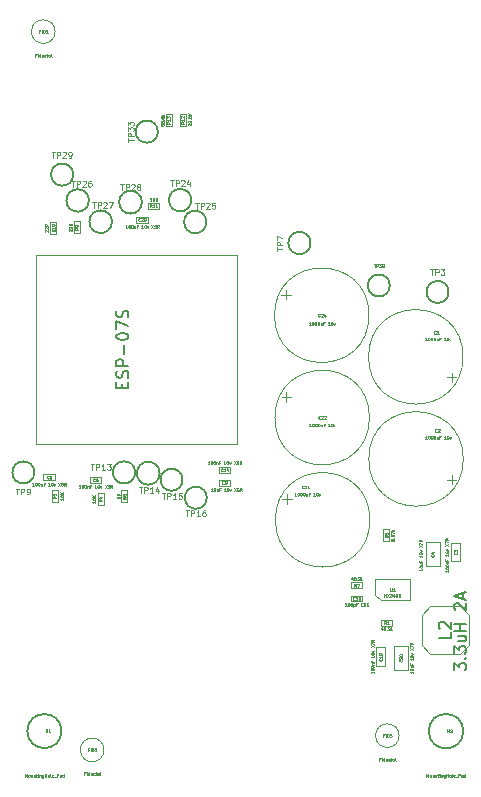
<source format=gbr>
G04 #@! TF.GenerationSoftware,KiCad,Pcbnew,(5.1.10)-1*
G04 #@! TF.CreationDate,2022-03-14T17:05:32+05:30*
G04 #@! TF.ProjectId,P-1000072_Cicada Wi-Fi,502d3130-3030-4303-9732-5f4369636164,0.1*
G04 #@! TF.SameCoordinates,PX7cee6c0PY3dfd240*
G04 #@! TF.FileFunction,Other,Fab,Top*
%FSLAX46Y46*%
G04 Gerber Fmt 4.6, Leading zero omitted, Abs format (unit mm)*
G04 Created by KiCad (PCBNEW (5.1.10)-1) date 2022-03-14 17:05:32*
%MOMM*%
%LPD*%
G01*
G04 APERTURE LIST*
%ADD10C,0.150000*%
%ADD11C,0.100000*%
%ADD12C,0.062500*%
%ADD13C,0.125000*%
G04 APERTURE END LIST*
D10*
X-15550000Y-57000000D02*
G75*
G03*
X-15550000Y-57000000I-1440694J0D01*
G01*
X18470001Y-57010000D02*
G75*
G03*
X18470001Y-57010000I-1458904J0D01*
G01*
X-7381864Y-6250000D02*
G75*
G03*
X-7381864Y-6250000I-938136J0D01*
G01*
X-14550851Y-9890000D02*
G75*
G03*
X-14550851Y-9890000I-939149J0D01*
G01*
X-13224671Y-12075000D02*
G75*
G03*
X-13224671Y-12075000I-950329J0D01*
G01*
X-11268117Y-13875000D02*
G75*
G03*
X-11268117Y-13875000I-956883J0D01*
G01*
X-8734987Y-12225000D02*
G75*
G03*
X-8734987Y-12225000I-965013J0D01*
G01*
X-4554947Y-12050000D02*
G75*
G03*
X-4554947Y-12050000I-945053J0D01*
G01*
X-3279947Y-13900000D02*
G75*
G03*
X-3279947Y-13900000I-945053J0D01*
G01*
X5538416Y-15675000D02*
G75*
G03*
X5538416Y-15675000I-938416J0D01*
G01*
X12255390Y-19275000D02*
G75*
G03*
X12255390Y-19275000I-930390J0D01*
G01*
X17230054Y-19825000D02*
G75*
G03*
X17230054Y-19825000I-930054J0D01*
G01*
X-3244610Y-37250000D02*
G75*
G03*
X-3244610Y-37250000I-930390J0D01*
G01*
X-5296964Y-35725000D02*
G75*
G03*
X-5296964Y-35725000I-928036J0D01*
G01*
X-7234987Y-35175000D02*
G75*
G03*
X-7234987Y-35175000I-965013J0D01*
G01*
X-9307596Y-35100000D02*
G75*
G03*
X-9307596Y-35100000I-942404J0D01*
G01*
X-17844610Y-35100000D02*
G75*
G03*
X-17844610Y-35100000I-930390J0D01*
G01*
D11*
X11480000Y-45920000D02*
X11030000Y-45470000D01*
X11030000Y-44160000D02*
X11030000Y-45470000D01*
X11480000Y-45920000D02*
X13930000Y-45920000D01*
X13930000Y-44160000D02*
X13930000Y-45920000D01*
X11030000Y-44160000D02*
X13930000Y-44160000D01*
X-720000Y-16710000D02*
X-720000Y-32710000D01*
X-720000Y-32710000D02*
X-17720000Y-32710000D01*
X-17720000Y-16710000D02*
X-720000Y-16710000D01*
X-17720000Y-32710000D02*
X-17720000Y-16710000D01*
X14940000Y-47200000D02*
X14940000Y-48450000D01*
X15690000Y-46450000D02*
X14940000Y-47200000D01*
X16940000Y-46450000D02*
X15690000Y-46450000D01*
X14940000Y-49700000D02*
X14940000Y-48450000D01*
X15690000Y-50450000D02*
X14940000Y-49700000D01*
X16940000Y-50450000D02*
X15690000Y-50450000D01*
X18940000Y-49700000D02*
X18940000Y-48450000D01*
X18190000Y-50450000D02*
X18940000Y-49700000D01*
X16940000Y-50450000D02*
X18190000Y-50450000D01*
X18940000Y-47200000D02*
X18940000Y-48450000D01*
X18190000Y-46450000D02*
X18940000Y-47200000D01*
X16940000Y-46450000D02*
X18190000Y-46450000D01*
X10530400Y-30457140D02*
G75*
G03*
X10530400Y-30457140I-4000000J0D01*
G01*
X3103641Y-28709640D02*
X3903641Y-28709640D01*
X3503641Y-28309640D02*
X3503641Y-29109640D01*
X10489760Y-21798280D02*
G75*
G03*
X10489760Y-21798280I-4000000J0D01*
G01*
X3063001Y-20050780D02*
X3863001Y-20050780D01*
X3463001Y-19650780D02*
X3463001Y-20450780D01*
X-16490760Y-14891500D02*
X-16490760Y-13891500D01*
X-15990760Y-14891500D02*
X-16490760Y-14891500D01*
X-15990760Y-13891500D02*
X-15990760Y-14891500D01*
X-16490760Y-13891500D02*
X-15990760Y-13891500D01*
X-14501940Y-14856220D02*
X-14501940Y-13856220D01*
X-14001940Y-14856220D02*
X-14501940Y-14856220D01*
X-14001940Y-13856220D02*
X-14001940Y-14856220D01*
X-14501940Y-13856220D02*
X-14001940Y-13856220D01*
X-10468420Y-37632120D02*
X-10468420Y-36632120D01*
X-9968420Y-37632120D02*
X-10468420Y-37632120D01*
X-9968420Y-36632120D02*
X-9968420Y-37632120D01*
X-10468420Y-36632120D02*
X-9968420Y-36632120D01*
X-7254480Y-12297600D02*
X-7254480Y-12797600D01*
X-7254480Y-12797600D02*
X-8254480Y-12797600D01*
X-8254480Y-12797600D02*
X-8254480Y-12297600D01*
X-8254480Y-12297600D02*
X-7254480Y-12297600D01*
X-15871380Y-37589220D02*
X-16371380Y-37589220D01*
X-16371380Y-37589220D02*
X-16371380Y-36589220D01*
X-16371380Y-36589220D02*
X-15871380Y-36589220D01*
X-15871380Y-36589220D02*
X-15871380Y-37589220D01*
X-12475020Y-36853380D02*
X-11975020Y-36853380D01*
X-11975020Y-36853380D02*
X-11975020Y-37853380D01*
X-11975020Y-37853380D02*
X-12475020Y-37853380D01*
X-12475020Y-37853380D02*
X-12475020Y-36853380D01*
X-9224760Y-13960920D02*
X-9224760Y-13460920D01*
X-9224760Y-13460920D02*
X-8224760Y-13460920D01*
X-8224760Y-13460920D02*
X-8224760Y-13960920D01*
X-8224760Y-13960920D02*
X-9224760Y-13960920D01*
X-1245120Y-35718940D02*
X-1245120Y-36218940D01*
X-1245120Y-36218940D02*
X-2245120Y-36218940D01*
X-2245120Y-36218940D02*
X-2245120Y-35718940D01*
X-2245120Y-35718940D02*
X-1245120Y-35718940D01*
X-1245120Y-34647060D02*
X-1245120Y-35147060D01*
X-1245120Y-35147060D02*
X-2245120Y-35147060D01*
X-2245120Y-35147060D02*
X-2245120Y-34647060D01*
X-2245120Y-34647060D02*
X-1245120Y-34647060D01*
X-17101300Y-35756660D02*
X-17101300Y-35256660D01*
X-17101300Y-35256660D02*
X-16101300Y-35256660D01*
X-16101300Y-35256660D02*
X-16101300Y-35756660D01*
X-16101300Y-35756660D02*
X-17101300Y-35756660D01*
X-13169380Y-35997960D02*
X-13169380Y-35497960D01*
X-13169380Y-35497960D02*
X-12169380Y-35497960D01*
X-12169380Y-35497960D02*
X-12169380Y-35997960D01*
X-12169380Y-35997960D02*
X-13169380Y-35997960D01*
X17479299Y-27466220D02*
X17479299Y-26666220D01*
X17879299Y-27066220D02*
X17079299Y-27066220D01*
X18452540Y-25318720D02*
G75*
G03*
X18452540Y-25318720I-4000000J0D01*
G01*
X18472860Y-33962340D02*
G75*
G03*
X18472860Y-33962340I-4000000J0D01*
G01*
X17899619Y-35709840D02*
X17099619Y-35709840D01*
X17499619Y-36109840D02*
X17499619Y-35309840D01*
X12210000Y-40925000D02*
X11710000Y-40925000D01*
X11710000Y-40925000D02*
X11710000Y-39925000D01*
X11710000Y-39925000D02*
X12210000Y-39925000D01*
X12210000Y-39925000D02*
X12210000Y-40925000D01*
X8935000Y-44900000D02*
X8935000Y-44400000D01*
X8935000Y-44400000D02*
X9935000Y-44400000D01*
X9935000Y-44400000D02*
X9935000Y-44900000D01*
X9935000Y-44900000D02*
X8935000Y-44900000D01*
X11475000Y-48100000D02*
X11475000Y-47600000D01*
X11475000Y-47600000D02*
X12475000Y-47600000D01*
X12475000Y-47600000D02*
X12475000Y-48100000D01*
X12475000Y-48100000D02*
X11475000Y-48100000D01*
X10565840Y-39116000D02*
G75*
G03*
X10565840Y-39116000I-4000000J0D01*
G01*
X3139081Y-37368500D02*
X3939081Y-37368500D01*
X3539081Y-36968500D02*
X3539081Y-37768500D01*
X13790000Y-51807500D02*
X12590000Y-51807500D01*
X12590000Y-51807500D02*
X12590000Y-49807500D01*
X12590000Y-49807500D02*
X13790000Y-49807500D01*
X13790000Y-49807500D02*
X13790000Y-51807500D01*
X11880000Y-51517500D02*
X11080000Y-51517500D01*
X11080000Y-51517500D02*
X11080000Y-49917500D01*
X11080000Y-49917500D02*
X11880000Y-49917500D01*
X11880000Y-49917500D02*
X11880000Y-51517500D01*
X8935000Y-46030000D02*
X8935000Y-45530000D01*
X8935000Y-45530000D02*
X9935000Y-45530000D01*
X9935000Y-45530000D02*
X9935000Y-46030000D01*
X9935000Y-46030000D02*
X8935000Y-46030000D01*
X15295320Y-41034700D02*
X16495320Y-41034700D01*
X16495320Y-41034700D02*
X16495320Y-43034700D01*
X16495320Y-43034700D02*
X15295320Y-43034700D01*
X15295320Y-43034700D02*
X15295320Y-41034700D01*
X17420640Y-41038880D02*
X18220640Y-41038880D01*
X18220640Y-41038880D02*
X18220640Y-42638880D01*
X18220640Y-42638880D02*
X17420640Y-42638880D01*
X17420640Y-42638880D02*
X17420640Y-41038880D01*
X13040000Y-57390000D02*
G75*
G03*
X13040000Y-57390000I-1000000J0D01*
G01*
X-11948920Y-58592720D02*
G75*
G03*
X-11948920Y-58592720I-1000000J0D01*
G01*
X-16090000Y2220000D02*
G75*
G03*
X-16090000Y2220000I-1000000J0D01*
G01*
X-6227000Y-4773040D02*
X-6227000Y-5773040D01*
X-6727000Y-4773040D02*
X-6227000Y-4773040D01*
X-6727000Y-5773040D02*
X-6727000Y-4773040D01*
X-6227000Y-5773040D02*
X-6727000Y-5773040D01*
X-5028120Y-4760480D02*
X-5028120Y-5760480D01*
X-5528120Y-4760480D02*
X-5028120Y-4760480D01*
X-5528120Y-5760480D02*
X-5528120Y-4760480D01*
X-5028120Y-5760480D02*
X-5528120Y-5760480D01*
D12*
X11787313Y-45626215D02*
X11787313Y-45376215D01*
X11787313Y-45495262D02*
X11930170Y-45495262D01*
X11930170Y-45626215D02*
X11930170Y-45376215D01*
X12025408Y-45376215D02*
X12192075Y-45626215D01*
X12192075Y-45376215D02*
X12025408Y-45626215D01*
X12263503Y-45376215D02*
X12418265Y-45376215D01*
X12334932Y-45471453D01*
X12370646Y-45471453D01*
X12394456Y-45483358D01*
X12406360Y-45495262D01*
X12418265Y-45519072D01*
X12418265Y-45578596D01*
X12406360Y-45602405D01*
X12394456Y-45614310D01*
X12370646Y-45626215D01*
X12299218Y-45626215D01*
X12275408Y-45614310D01*
X12263503Y-45602405D01*
X12632551Y-45459548D02*
X12632551Y-45626215D01*
X12573027Y-45364310D02*
X12513503Y-45542881D01*
X12668265Y-45542881D01*
X12811122Y-45376215D02*
X12834932Y-45376215D01*
X12858741Y-45388120D01*
X12870646Y-45400024D01*
X12882551Y-45423834D01*
X12894456Y-45471453D01*
X12894456Y-45530977D01*
X12882551Y-45578596D01*
X12870646Y-45602405D01*
X12858741Y-45614310D01*
X12834932Y-45626215D01*
X12811122Y-45626215D01*
X12787313Y-45614310D01*
X12775408Y-45602405D01*
X12763503Y-45578596D01*
X12751599Y-45530977D01*
X12751599Y-45471453D01*
X12763503Y-45423834D01*
X12775408Y-45400024D01*
X12787313Y-45388120D01*
X12811122Y-45376215D01*
X13108741Y-45376215D02*
X13061122Y-45376215D01*
X13037313Y-45388120D01*
X13025408Y-45400024D01*
X13001599Y-45435739D01*
X12989694Y-45483358D01*
X12989694Y-45578596D01*
X13001599Y-45602405D01*
X13013503Y-45614310D01*
X13037313Y-45626215D01*
X13084932Y-45626215D01*
X13108741Y-45614310D01*
X13120646Y-45602405D01*
X13132551Y-45578596D01*
X13132551Y-45519072D01*
X13120646Y-45495262D01*
X13108741Y-45483358D01*
X13084932Y-45471453D01*
X13037313Y-45471453D01*
X13013503Y-45483358D01*
X13001599Y-45495262D01*
X12989694Y-45519072D01*
D11*
D12*
X12289523Y-44903095D02*
X12289523Y-45105476D01*
X12301428Y-45129285D01*
X12313333Y-45141190D01*
X12337142Y-45153095D01*
X12384761Y-45153095D01*
X12408571Y-45141190D01*
X12420476Y-45129285D01*
X12432380Y-45105476D01*
X12432380Y-44903095D01*
X12682380Y-45153095D02*
X12539523Y-45153095D01*
X12610952Y-45153095D02*
X12610952Y-44903095D01*
X12587142Y-44938809D01*
X12563333Y-44962619D01*
X12539523Y-44974523D01*
D11*
D10*
X-10411429Y-27938095D02*
X-10411429Y-27604761D01*
X-9887620Y-27461904D02*
X-9887620Y-27938095D01*
X-10887620Y-27938095D01*
X-10887620Y-27461904D01*
X-9935239Y-27080952D02*
X-9887620Y-26938095D01*
X-9887620Y-26700000D01*
X-9935239Y-26604761D01*
X-9982858Y-26557142D01*
X-10078096Y-26509523D01*
X-10173334Y-26509523D01*
X-10268572Y-26557142D01*
X-10316191Y-26604761D01*
X-10363810Y-26700000D01*
X-10411429Y-26890476D01*
X-10459048Y-26985714D01*
X-10506667Y-27033333D01*
X-10601905Y-27080952D01*
X-10697143Y-27080952D01*
X-10792381Y-27033333D01*
X-10840000Y-26985714D01*
X-10887620Y-26890476D01*
X-10887620Y-26652380D01*
X-10840000Y-26509523D01*
X-9887620Y-26080952D02*
X-10887620Y-26080952D01*
X-10887620Y-25700000D01*
X-10840000Y-25604761D01*
X-10792381Y-25557142D01*
X-10697143Y-25509523D01*
X-10554286Y-25509523D01*
X-10459048Y-25557142D01*
X-10411429Y-25604761D01*
X-10363810Y-25700000D01*
X-10363810Y-26080952D01*
X-10268572Y-25080952D02*
X-10268572Y-24319047D01*
X-10887620Y-23652380D02*
X-10887620Y-23557142D01*
X-10840000Y-23461904D01*
X-10792381Y-23414285D01*
X-10697143Y-23366666D01*
X-10506667Y-23319047D01*
X-10268572Y-23319047D01*
X-10078096Y-23366666D01*
X-9982858Y-23414285D01*
X-9935239Y-23461904D01*
X-9887620Y-23557142D01*
X-9887620Y-23652380D01*
X-9935239Y-23747619D01*
X-9982858Y-23795238D01*
X-10078096Y-23842857D01*
X-10268572Y-23890476D01*
X-10506667Y-23890476D01*
X-10697143Y-23842857D01*
X-10792381Y-23795238D01*
X-10840000Y-23747619D01*
X-10887620Y-23652380D01*
X-10887620Y-22985714D02*
X-10887620Y-22319047D01*
X-9887620Y-22747619D01*
X-9935239Y-21985714D02*
X-9887620Y-21842857D01*
X-9887620Y-21604761D01*
X-9935239Y-21509523D01*
X-9982858Y-21461904D01*
X-10078096Y-21414285D01*
X-10173334Y-21414285D01*
X-10268572Y-21461904D01*
X-10316191Y-21509523D01*
X-10363810Y-21604761D01*
X-10411429Y-21795238D01*
X-10459048Y-21890476D01*
X-10506667Y-21938095D01*
X-10601905Y-21985714D01*
X-10697143Y-21985714D01*
X-10792381Y-21938095D01*
X-10840000Y-21890476D01*
X-10887620Y-21795238D01*
X-10887620Y-21557142D01*
X-10840000Y-21414285D01*
D12*
X-9943810Y-7099047D02*
X-9943810Y-6813333D01*
X-9443810Y-6956190D02*
X-9943810Y-6956190D01*
X-9443810Y-6646666D02*
X-9943810Y-6646666D01*
X-9943810Y-6456190D01*
X-9920000Y-6408571D01*
X-9896191Y-6384761D01*
X-9848572Y-6360952D01*
X-9777143Y-6360952D01*
X-9729524Y-6384761D01*
X-9705715Y-6408571D01*
X-9681905Y-6456190D01*
X-9681905Y-6646666D01*
X-9943810Y-6194285D02*
X-9943810Y-5884761D01*
X-9753334Y-6051428D01*
X-9753334Y-5980000D01*
X-9729524Y-5932380D01*
X-9705715Y-5908571D01*
X-9658096Y-5884761D01*
X-9539048Y-5884761D01*
X-9491429Y-5908571D01*
X-9467620Y-5932380D01*
X-9443810Y-5980000D01*
X-9443810Y-6122857D01*
X-9467620Y-6170476D01*
X-9491429Y-6194285D01*
X-9943810Y-5718095D02*
X-9943810Y-5408571D01*
X-9753334Y-5575238D01*
X-9753334Y-5503809D01*
X-9729524Y-5456190D01*
X-9705715Y-5432380D01*
X-9658096Y-5408571D01*
X-9539048Y-5408571D01*
X-9491429Y-5432380D01*
X-9467620Y-5456190D01*
X-9443810Y-5503809D01*
X-9443810Y-5646666D01*
X-9467620Y-5694285D01*
X-9491429Y-5718095D01*
X-16368128Y-7964410D02*
X-16082414Y-7964410D01*
X-16225271Y-8464410D02*
X-16225271Y-7964410D01*
X-15915747Y-8464410D02*
X-15915747Y-7964410D01*
X-15725271Y-7964410D01*
X-15677652Y-7988220D01*
X-15653842Y-8012029D01*
X-15630033Y-8059648D01*
X-15630033Y-8131077D01*
X-15653842Y-8178696D01*
X-15677652Y-8202505D01*
X-15725271Y-8226315D01*
X-15915747Y-8226315D01*
X-15439557Y-8012029D02*
X-15415747Y-7988220D01*
X-15368128Y-7964410D01*
X-15249080Y-7964410D01*
X-15201461Y-7988220D01*
X-15177652Y-8012029D01*
X-15153842Y-8059648D01*
X-15153842Y-8107267D01*
X-15177652Y-8178696D01*
X-15463366Y-8464410D01*
X-15153842Y-8464410D01*
X-14915747Y-8464410D02*
X-14820509Y-8464410D01*
X-14772890Y-8440600D01*
X-14749080Y-8416791D01*
X-14701461Y-8345362D01*
X-14677652Y-8250124D01*
X-14677652Y-8059648D01*
X-14701461Y-8012029D01*
X-14725271Y-7988220D01*
X-14772890Y-7964410D01*
X-14868128Y-7964410D01*
X-14915747Y-7988220D01*
X-14939557Y-8012029D01*
X-14963366Y-8059648D01*
X-14963366Y-8178696D01*
X-14939557Y-8226315D01*
X-14915747Y-8250124D01*
X-14868128Y-8273934D01*
X-14772890Y-8273934D01*
X-14725271Y-8250124D01*
X-14701461Y-8226315D01*
X-14677652Y-8178696D01*
X-10559048Y-10696190D02*
X-10273334Y-10696190D01*
X-10416191Y-11196190D02*
X-10416191Y-10696190D01*
X-10106667Y-11196190D02*
X-10106667Y-10696190D01*
X-9916191Y-10696190D01*
X-9868572Y-10720000D01*
X-9844762Y-10743809D01*
X-9820953Y-10791428D01*
X-9820953Y-10862857D01*
X-9844762Y-10910476D01*
X-9868572Y-10934285D01*
X-9916191Y-10958095D01*
X-10106667Y-10958095D01*
X-9630477Y-10743809D02*
X-9606667Y-10720000D01*
X-9559048Y-10696190D01*
X-9440000Y-10696190D01*
X-9392381Y-10720000D01*
X-9368572Y-10743809D01*
X-9344762Y-10791428D01*
X-9344762Y-10839047D01*
X-9368572Y-10910476D01*
X-9654286Y-11196190D01*
X-9344762Y-11196190D01*
X-9059048Y-10910476D02*
X-9106667Y-10886666D01*
X-9130477Y-10862857D01*
X-9154286Y-10815238D01*
X-9154286Y-10791428D01*
X-9130477Y-10743809D01*
X-9106667Y-10720000D01*
X-9059048Y-10696190D01*
X-8963810Y-10696190D01*
X-8916191Y-10720000D01*
X-8892381Y-10743809D01*
X-8868572Y-10791428D01*
X-8868572Y-10815238D01*
X-8892381Y-10862857D01*
X-8916191Y-10886666D01*
X-8963810Y-10910476D01*
X-9059048Y-10910476D01*
X-9106667Y-10934285D01*
X-9130477Y-10958095D01*
X-9154286Y-11005714D01*
X-9154286Y-11100952D01*
X-9130477Y-11148571D01*
X-9106667Y-11172380D01*
X-9059048Y-11196190D01*
X-8963810Y-11196190D01*
X-8916191Y-11172380D01*
X-8892381Y-11148571D01*
X-8868572Y-11100952D01*
X-8868572Y-11005714D01*
X-8892381Y-10958095D01*
X-8916191Y-10934285D01*
X-8963810Y-10910476D01*
X-12929048Y-12226190D02*
X-12643334Y-12226190D01*
X-12786191Y-12726190D02*
X-12786191Y-12226190D01*
X-12476667Y-12726190D02*
X-12476667Y-12226190D01*
X-12286191Y-12226190D01*
X-12238572Y-12250000D01*
X-12214762Y-12273809D01*
X-12190953Y-12321428D01*
X-12190953Y-12392857D01*
X-12214762Y-12440476D01*
X-12238572Y-12464285D01*
X-12286191Y-12488095D01*
X-12476667Y-12488095D01*
X-12000477Y-12273809D02*
X-11976667Y-12250000D01*
X-11929048Y-12226190D01*
X-11810000Y-12226190D01*
X-11762381Y-12250000D01*
X-11738572Y-12273809D01*
X-11714762Y-12321428D01*
X-11714762Y-12369047D01*
X-11738572Y-12440476D01*
X-12024286Y-12726190D01*
X-11714762Y-12726190D01*
X-11548096Y-12226190D02*
X-11214762Y-12226190D01*
X-11429048Y-12726190D01*
X-14689048Y-10396190D02*
X-14403334Y-10396190D01*
X-14546191Y-10896190D02*
X-14546191Y-10396190D01*
X-14236667Y-10896190D02*
X-14236667Y-10396190D01*
X-14046191Y-10396190D01*
X-13998572Y-10420000D01*
X-13974762Y-10443809D01*
X-13950953Y-10491428D01*
X-13950953Y-10562857D01*
X-13974762Y-10610476D01*
X-13998572Y-10634285D01*
X-14046191Y-10658095D01*
X-14236667Y-10658095D01*
X-13760477Y-10443809D02*
X-13736667Y-10420000D01*
X-13689048Y-10396190D01*
X-13570000Y-10396190D01*
X-13522381Y-10420000D01*
X-13498572Y-10443809D01*
X-13474762Y-10491428D01*
X-13474762Y-10539047D01*
X-13498572Y-10610476D01*
X-13784286Y-10896190D01*
X-13474762Y-10896190D01*
X-13046191Y-10396190D02*
X-13141429Y-10396190D01*
X-13189048Y-10420000D01*
X-13212858Y-10443809D01*
X-13260477Y-10515238D01*
X-13284286Y-10610476D01*
X-13284286Y-10800952D01*
X-13260477Y-10848571D01*
X-13236667Y-10872380D01*
X-13189048Y-10896190D01*
X-13093810Y-10896190D01*
X-13046191Y-10872380D01*
X-13022381Y-10848571D01*
X-12998572Y-10800952D01*
X-12998572Y-10681904D01*
X-13022381Y-10634285D01*
X-13046191Y-10610476D01*
X-13093810Y-10586666D01*
X-13189048Y-10586666D01*
X-13236667Y-10610476D01*
X-13260477Y-10634285D01*
X-13284286Y-10681904D01*
X-4219048Y-12276190D02*
X-3933334Y-12276190D01*
X-4076191Y-12776190D02*
X-4076191Y-12276190D01*
X-3766667Y-12776190D02*
X-3766667Y-12276190D01*
X-3576191Y-12276190D01*
X-3528572Y-12300000D01*
X-3504762Y-12323809D01*
X-3480953Y-12371428D01*
X-3480953Y-12442857D01*
X-3504762Y-12490476D01*
X-3528572Y-12514285D01*
X-3576191Y-12538095D01*
X-3766667Y-12538095D01*
X-3290477Y-12323809D02*
X-3266667Y-12300000D01*
X-3219048Y-12276190D01*
X-3100000Y-12276190D01*
X-3052381Y-12300000D01*
X-3028572Y-12323809D01*
X-3004762Y-12371428D01*
X-3004762Y-12419047D01*
X-3028572Y-12490476D01*
X-3314286Y-12776190D01*
X-3004762Y-12776190D01*
X-2552381Y-12276190D02*
X-2790477Y-12276190D01*
X-2814286Y-12514285D01*
X-2790477Y-12490476D01*
X-2742858Y-12466666D01*
X-2623810Y-12466666D01*
X-2576191Y-12490476D01*
X-2552381Y-12514285D01*
X-2528572Y-12561904D01*
X-2528572Y-12680952D01*
X-2552381Y-12728571D01*
X-2576191Y-12752380D01*
X-2623810Y-12776190D01*
X-2742858Y-12776190D01*
X-2790477Y-12752380D01*
X-2814286Y-12728571D01*
X-6339048Y-10356190D02*
X-6053334Y-10356190D01*
X-6196191Y-10856190D02*
X-6196191Y-10356190D01*
X-5886667Y-10856190D02*
X-5886667Y-10356190D01*
X-5696191Y-10356190D01*
X-5648572Y-10380000D01*
X-5624762Y-10403809D01*
X-5600953Y-10451428D01*
X-5600953Y-10522857D01*
X-5624762Y-10570476D01*
X-5648572Y-10594285D01*
X-5696191Y-10618095D01*
X-5886667Y-10618095D01*
X-5410477Y-10403809D02*
X-5386667Y-10380000D01*
X-5339048Y-10356190D01*
X-5220000Y-10356190D01*
X-5172381Y-10380000D01*
X-5148572Y-10403809D01*
X-5124762Y-10451428D01*
X-5124762Y-10499047D01*
X-5148572Y-10570476D01*
X-5434286Y-10856190D01*
X-5124762Y-10856190D01*
X-4696191Y-10522857D02*
X-4696191Y-10856190D01*
X-4815239Y-10332380D02*
X-4934286Y-10689523D01*
X-4624762Y-10689523D01*
X-5029048Y-38306190D02*
X-4743334Y-38306190D01*
X-4886191Y-38806190D02*
X-4886191Y-38306190D01*
X-4576667Y-38806190D02*
X-4576667Y-38306190D01*
X-4386191Y-38306190D01*
X-4338572Y-38330000D01*
X-4314762Y-38353809D01*
X-4290953Y-38401428D01*
X-4290953Y-38472857D01*
X-4314762Y-38520476D01*
X-4338572Y-38544285D01*
X-4386191Y-38568095D01*
X-4576667Y-38568095D01*
X-3814762Y-38806190D02*
X-4100477Y-38806190D01*
X-3957620Y-38806190D02*
X-3957620Y-38306190D01*
X-4005239Y-38377619D01*
X-4052858Y-38425238D01*
X-4100477Y-38449047D01*
X-3386191Y-38306190D02*
X-3481429Y-38306190D01*
X-3529048Y-38330000D01*
X-3552858Y-38353809D01*
X-3600477Y-38425238D01*
X-3624286Y-38520476D01*
X-3624286Y-38710952D01*
X-3600477Y-38758571D01*
X-3576667Y-38782380D01*
X-3529048Y-38806190D01*
X-3433810Y-38806190D01*
X-3386191Y-38782380D01*
X-3362381Y-38758571D01*
X-3338572Y-38710952D01*
X-3338572Y-38591904D01*
X-3362381Y-38544285D01*
X-3386191Y-38520476D01*
X-3433810Y-38496666D01*
X-3529048Y-38496666D01*
X-3576667Y-38520476D01*
X-3600477Y-38544285D01*
X-3624286Y-38591904D01*
X-7029048Y-36856190D02*
X-6743334Y-36856190D01*
X-6886191Y-37356190D02*
X-6886191Y-36856190D01*
X-6576667Y-37356190D02*
X-6576667Y-36856190D01*
X-6386191Y-36856190D01*
X-6338572Y-36880000D01*
X-6314762Y-36903809D01*
X-6290953Y-36951428D01*
X-6290953Y-37022857D01*
X-6314762Y-37070476D01*
X-6338572Y-37094285D01*
X-6386191Y-37118095D01*
X-6576667Y-37118095D01*
X-5814762Y-37356190D02*
X-6100477Y-37356190D01*
X-5957620Y-37356190D02*
X-5957620Y-36856190D01*
X-6005239Y-36927619D01*
X-6052858Y-36975238D01*
X-6100477Y-36999047D01*
X-5362381Y-36856190D02*
X-5600477Y-36856190D01*
X-5624286Y-37094285D01*
X-5600477Y-37070476D01*
X-5552858Y-37046666D01*
X-5433810Y-37046666D01*
X-5386191Y-37070476D01*
X-5362381Y-37094285D01*
X-5338572Y-37141904D01*
X-5338572Y-37260952D01*
X-5362381Y-37308571D01*
X-5386191Y-37332380D01*
X-5433810Y-37356190D01*
X-5552858Y-37356190D01*
X-5600477Y-37332380D01*
X-5624286Y-37308571D01*
X-8989048Y-36336190D02*
X-8703334Y-36336190D01*
X-8846191Y-36836190D02*
X-8846191Y-36336190D01*
X-8536667Y-36836190D02*
X-8536667Y-36336190D01*
X-8346191Y-36336190D01*
X-8298572Y-36360000D01*
X-8274762Y-36383809D01*
X-8250953Y-36431428D01*
X-8250953Y-36502857D01*
X-8274762Y-36550476D01*
X-8298572Y-36574285D01*
X-8346191Y-36598095D01*
X-8536667Y-36598095D01*
X-7774762Y-36836190D02*
X-8060477Y-36836190D01*
X-7917620Y-36836190D02*
X-7917620Y-36336190D01*
X-7965239Y-36407619D01*
X-8012858Y-36455238D01*
X-8060477Y-36479047D01*
X-7346191Y-36502857D02*
X-7346191Y-36836190D01*
X-7465239Y-36312380D02*
X-7584286Y-36669523D01*
X-7274762Y-36669523D01*
X-13069048Y-34376190D02*
X-12783334Y-34376190D01*
X-12926191Y-34876190D02*
X-12926191Y-34376190D01*
X-12616667Y-34876190D02*
X-12616667Y-34376190D01*
X-12426191Y-34376190D01*
X-12378572Y-34400000D01*
X-12354762Y-34423809D01*
X-12330953Y-34471428D01*
X-12330953Y-34542857D01*
X-12354762Y-34590476D01*
X-12378572Y-34614285D01*
X-12426191Y-34638095D01*
X-12616667Y-34638095D01*
X-11854762Y-34876190D02*
X-12140477Y-34876190D01*
X-11997620Y-34876190D02*
X-11997620Y-34376190D01*
X-12045239Y-34447619D01*
X-12092858Y-34495238D01*
X-12140477Y-34519047D01*
X-11688096Y-34376190D02*
X-11378572Y-34376190D01*
X-11545239Y-34566666D01*
X-11473810Y-34566666D01*
X-11426191Y-34590476D01*
X-11402381Y-34614285D01*
X-11378572Y-34661904D01*
X-11378572Y-34780952D01*
X-11402381Y-34828571D01*
X-11426191Y-34852380D01*
X-11473810Y-34876190D01*
X-11616667Y-34876190D01*
X-11664286Y-34852380D01*
X-11688096Y-34828571D01*
X-19414253Y-36471370D02*
X-19128539Y-36471370D01*
X-19271396Y-36971370D02*
X-19271396Y-36471370D01*
X-18961872Y-36971370D02*
X-18961872Y-36471370D01*
X-18771396Y-36471370D01*
X-18723777Y-36495180D01*
X-18699967Y-36518989D01*
X-18676158Y-36566608D01*
X-18676158Y-36638037D01*
X-18699967Y-36685656D01*
X-18723777Y-36709465D01*
X-18771396Y-36733275D01*
X-18961872Y-36733275D01*
X-18438062Y-36971370D02*
X-18342824Y-36971370D01*
X-18295205Y-36947560D01*
X-18271396Y-36923751D01*
X-18223777Y-36852322D01*
X-18199967Y-36757084D01*
X-18199967Y-36566608D01*
X-18223777Y-36518989D01*
X-18247586Y-36495180D01*
X-18295205Y-36471370D01*
X-18390443Y-36471370D01*
X-18438062Y-36495180D01*
X-18461872Y-36518989D01*
X-18485681Y-36566608D01*
X-18485681Y-36685656D01*
X-18461872Y-36733275D01*
X-18438062Y-36757084D01*
X-18390443Y-36780894D01*
X-18295205Y-36780894D01*
X-18247586Y-36757084D01*
X-18223777Y-36733275D01*
X-18199967Y-36685656D01*
D13*
X2663430Y-16317992D02*
X2663430Y-16032278D01*
X3163430Y-16175135D02*
X2663430Y-16175135D01*
X3163430Y-15865611D02*
X2663430Y-15865611D01*
X2663430Y-15675135D01*
X2687240Y-15627516D01*
X2711049Y-15603706D01*
X2758668Y-15579897D01*
X2830097Y-15579897D01*
X2877716Y-15603706D01*
X2901525Y-15627516D01*
X2925335Y-15675135D01*
X2925335Y-15865611D01*
X2663430Y-15413230D02*
X2663430Y-15079897D01*
X3163430Y-15294182D01*
X15668227Y-17893270D02*
X15953941Y-17893270D01*
X15811084Y-18393270D02*
X15811084Y-17893270D01*
X16120608Y-18393270D02*
X16120608Y-17893270D01*
X16311084Y-17893270D01*
X16358703Y-17917080D01*
X16382513Y-17940889D01*
X16406322Y-17988508D01*
X16406322Y-18059937D01*
X16382513Y-18107556D01*
X16358703Y-18131365D01*
X16311084Y-18155175D01*
X16120608Y-18155175D01*
X16572989Y-17893270D02*
X16882513Y-17893270D01*
X16715846Y-18083746D01*
X16787275Y-18083746D01*
X16834894Y-18107556D01*
X16858703Y-18131365D01*
X16882513Y-18178984D01*
X16882513Y-18298032D01*
X16858703Y-18345651D01*
X16834894Y-18369460D01*
X16787275Y-18393270D01*
X16644418Y-18393270D01*
X16596799Y-18369460D01*
X16572989Y-18345651D01*
D10*
X17702380Y-51869523D02*
X17702380Y-51250476D01*
X18083333Y-51583809D01*
X18083333Y-51440952D01*
X18130952Y-51345714D01*
X18178571Y-51298095D01*
X18273809Y-51250476D01*
X18511904Y-51250476D01*
X18607142Y-51298095D01*
X18654761Y-51345714D01*
X18702380Y-51440952D01*
X18702380Y-51726666D01*
X18654761Y-51821904D01*
X18607142Y-51869523D01*
X18607142Y-50821904D02*
X18654761Y-50774285D01*
X18702380Y-50821904D01*
X18654761Y-50869523D01*
X18607142Y-50821904D01*
X18702380Y-50821904D01*
X17702380Y-50440952D02*
X17702380Y-49821904D01*
X18083333Y-50155238D01*
X18083333Y-50012380D01*
X18130952Y-49917142D01*
X18178571Y-49869523D01*
X18273809Y-49821904D01*
X18511904Y-49821904D01*
X18607142Y-49869523D01*
X18654761Y-49917142D01*
X18702380Y-50012380D01*
X18702380Y-50298095D01*
X18654761Y-50393333D01*
X18607142Y-50440952D01*
X18035714Y-48964761D02*
X18702380Y-48964761D01*
X18035714Y-49393333D02*
X18559523Y-49393333D01*
X18654761Y-49345714D01*
X18702380Y-49250476D01*
X18702380Y-49107619D01*
X18654761Y-49012380D01*
X18607142Y-48964761D01*
X18702380Y-48488571D02*
X17702380Y-48488571D01*
X18178571Y-48488571D02*
X18178571Y-47917142D01*
X18702380Y-47917142D02*
X17702380Y-47917142D01*
X17797619Y-46726666D02*
X17750000Y-46679047D01*
X17702380Y-46583809D01*
X17702380Y-46345714D01*
X17750000Y-46250476D01*
X17797619Y-46202857D01*
X17892857Y-46155238D01*
X17988095Y-46155238D01*
X18130952Y-46202857D01*
X18702380Y-46774285D01*
X18702380Y-46155238D01*
X18416666Y-45774285D02*
X18416666Y-45298095D01*
X18702380Y-45869523D02*
X17702380Y-45536190D01*
X18702380Y-45202857D01*
X17392380Y-48616666D02*
X17392380Y-49092857D01*
X16392380Y-49092857D01*
X16487619Y-48330952D02*
X16440000Y-48283333D01*
X16392380Y-48188095D01*
X16392380Y-47950000D01*
X16440000Y-47854761D01*
X16487619Y-47807142D01*
X16582857Y-47759523D01*
X16678095Y-47759523D01*
X16820952Y-47807142D01*
X17392380Y-48378571D01*
X17392380Y-47759523D01*
D12*
X5595876Y-31213095D02*
X5453019Y-31213095D01*
X5524447Y-31213095D02*
X5524447Y-30963095D01*
X5500638Y-30998809D01*
X5476828Y-31022619D01*
X5453019Y-31034523D01*
X5750638Y-30963095D02*
X5774447Y-30963095D01*
X5798257Y-30975000D01*
X5810161Y-30986904D01*
X5822066Y-31010714D01*
X5833971Y-31058333D01*
X5833971Y-31117857D01*
X5822066Y-31165476D01*
X5810161Y-31189285D01*
X5798257Y-31201190D01*
X5774447Y-31213095D01*
X5750638Y-31213095D01*
X5726828Y-31201190D01*
X5714923Y-31189285D01*
X5703019Y-31165476D01*
X5691114Y-31117857D01*
X5691114Y-31058333D01*
X5703019Y-31010714D01*
X5714923Y-30986904D01*
X5726828Y-30975000D01*
X5750638Y-30963095D01*
X5988733Y-30963095D02*
X6012542Y-30963095D01*
X6036352Y-30975000D01*
X6048257Y-30986904D01*
X6060161Y-31010714D01*
X6072066Y-31058333D01*
X6072066Y-31117857D01*
X6060161Y-31165476D01*
X6048257Y-31189285D01*
X6036352Y-31201190D01*
X6012542Y-31213095D01*
X5988733Y-31213095D01*
X5964923Y-31201190D01*
X5953019Y-31189285D01*
X5941114Y-31165476D01*
X5929209Y-31117857D01*
X5929209Y-31058333D01*
X5941114Y-31010714D01*
X5953019Y-30986904D01*
X5964923Y-30975000D01*
X5988733Y-30963095D01*
X6226828Y-30963095D02*
X6250638Y-30963095D01*
X6274447Y-30975000D01*
X6286352Y-30986904D01*
X6298257Y-31010714D01*
X6310161Y-31058333D01*
X6310161Y-31117857D01*
X6298257Y-31165476D01*
X6286352Y-31189285D01*
X6274447Y-31201190D01*
X6250638Y-31213095D01*
X6226828Y-31213095D01*
X6203019Y-31201190D01*
X6191114Y-31189285D01*
X6179209Y-31165476D01*
X6167304Y-31117857D01*
X6167304Y-31058333D01*
X6179209Y-31010714D01*
X6191114Y-30986904D01*
X6203019Y-30975000D01*
X6226828Y-30963095D01*
X6524447Y-31046428D02*
X6524447Y-31213095D01*
X6417304Y-31046428D02*
X6417304Y-31177380D01*
X6429209Y-31201190D01*
X6453019Y-31213095D01*
X6488733Y-31213095D01*
X6512542Y-31201190D01*
X6524447Y-31189285D01*
X6726828Y-31082142D02*
X6643495Y-31082142D01*
X6643495Y-31213095D02*
X6643495Y-30963095D01*
X6762542Y-30963095D01*
X7179209Y-31213095D02*
X7036352Y-31213095D01*
X7107780Y-31213095D02*
X7107780Y-30963095D01*
X7083971Y-30998809D01*
X7060161Y-31022619D01*
X7036352Y-31034523D01*
X7333971Y-30963095D02*
X7357780Y-30963095D01*
X7381590Y-30975000D01*
X7393495Y-30986904D01*
X7405400Y-31010714D01*
X7417304Y-31058333D01*
X7417304Y-31117857D01*
X7405400Y-31165476D01*
X7393495Y-31189285D01*
X7381590Y-31201190D01*
X7357780Y-31213095D01*
X7333971Y-31213095D01*
X7310161Y-31201190D01*
X7298257Y-31189285D01*
X7286352Y-31165476D01*
X7274447Y-31117857D01*
X7274447Y-31058333D01*
X7286352Y-31010714D01*
X7298257Y-30986904D01*
X7310161Y-30975000D01*
X7333971Y-30963095D01*
X7500638Y-31046428D02*
X7560161Y-31213095D01*
X7619685Y-31046428D01*
D11*
D12*
X6369685Y-30546425D02*
X6357780Y-30558330D01*
X6322066Y-30570235D01*
X6298257Y-30570235D01*
X6262542Y-30558330D01*
X6238733Y-30534520D01*
X6226828Y-30510711D01*
X6214923Y-30463092D01*
X6214923Y-30427378D01*
X6226828Y-30379759D01*
X6238733Y-30355949D01*
X6262542Y-30332140D01*
X6298257Y-30320235D01*
X6322066Y-30320235D01*
X6357780Y-30332140D01*
X6369685Y-30344044D01*
X6464923Y-30344044D02*
X6476828Y-30332140D01*
X6500638Y-30320235D01*
X6560161Y-30320235D01*
X6583971Y-30332140D01*
X6595876Y-30344044D01*
X6607780Y-30367854D01*
X6607780Y-30391663D01*
X6595876Y-30427378D01*
X6453019Y-30570235D01*
X6607780Y-30570235D01*
X6703019Y-30344044D02*
X6714923Y-30332140D01*
X6738733Y-30320235D01*
X6798257Y-30320235D01*
X6822066Y-30332140D01*
X6833971Y-30344044D01*
X6845876Y-30367854D01*
X6845876Y-30391663D01*
X6833971Y-30427378D01*
X6691114Y-30570235D01*
X6845876Y-30570235D01*
D11*
D12*
X5565476Y-22613095D02*
X5422619Y-22613095D01*
X5494047Y-22613095D02*
X5494047Y-22363095D01*
X5470238Y-22398809D01*
X5446428Y-22422619D01*
X5422619Y-22434523D01*
X5720238Y-22363095D02*
X5744047Y-22363095D01*
X5767857Y-22375000D01*
X5779761Y-22386904D01*
X5791666Y-22410714D01*
X5803571Y-22458333D01*
X5803571Y-22517857D01*
X5791666Y-22565476D01*
X5779761Y-22589285D01*
X5767857Y-22601190D01*
X5744047Y-22613095D01*
X5720238Y-22613095D01*
X5696428Y-22601190D01*
X5684523Y-22589285D01*
X5672619Y-22565476D01*
X5660714Y-22517857D01*
X5660714Y-22458333D01*
X5672619Y-22410714D01*
X5684523Y-22386904D01*
X5696428Y-22375000D01*
X5720238Y-22363095D01*
X5958333Y-22363095D02*
X5982142Y-22363095D01*
X6005952Y-22375000D01*
X6017857Y-22386904D01*
X6029761Y-22410714D01*
X6041666Y-22458333D01*
X6041666Y-22517857D01*
X6029761Y-22565476D01*
X6017857Y-22589285D01*
X6005952Y-22601190D01*
X5982142Y-22613095D01*
X5958333Y-22613095D01*
X5934523Y-22601190D01*
X5922619Y-22589285D01*
X5910714Y-22565476D01*
X5898809Y-22517857D01*
X5898809Y-22458333D01*
X5910714Y-22410714D01*
X5922619Y-22386904D01*
X5934523Y-22375000D01*
X5958333Y-22363095D01*
X6196428Y-22363095D02*
X6220238Y-22363095D01*
X6244047Y-22375000D01*
X6255952Y-22386904D01*
X6267857Y-22410714D01*
X6279761Y-22458333D01*
X6279761Y-22517857D01*
X6267857Y-22565476D01*
X6255952Y-22589285D01*
X6244047Y-22601190D01*
X6220238Y-22613095D01*
X6196428Y-22613095D01*
X6172619Y-22601190D01*
X6160714Y-22589285D01*
X6148809Y-22565476D01*
X6136904Y-22517857D01*
X6136904Y-22458333D01*
X6148809Y-22410714D01*
X6160714Y-22386904D01*
X6172619Y-22375000D01*
X6196428Y-22363095D01*
X6494047Y-22446428D02*
X6494047Y-22613095D01*
X6386904Y-22446428D02*
X6386904Y-22577380D01*
X6398809Y-22601190D01*
X6422619Y-22613095D01*
X6458333Y-22613095D01*
X6482142Y-22601190D01*
X6494047Y-22589285D01*
X6696428Y-22482142D02*
X6613095Y-22482142D01*
X6613095Y-22613095D02*
X6613095Y-22363095D01*
X6732142Y-22363095D01*
X7148809Y-22613095D02*
X7005952Y-22613095D01*
X7077380Y-22613095D02*
X7077380Y-22363095D01*
X7053571Y-22398809D01*
X7029761Y-22422619D01*
X7005952Y-22434523D01*
X7303571Y-22363095D02*
X7327380Y-22363095D01*
X7351190Y-22375000D01*
X7363095Y-22386904D01*
X7375000Y-22410714D01*
X7386904Y-22458333D01*
X7386904Y-22517857D01*
X7375000Y-22565476D01*
X7363095Y-22589285D01*
X7351190Y-22601190D01*
X7327380Y-22613095D01*
X7303571Y-22613095D01*
X7279761Y-22601190D01*
X7267857Y-22589285D01*
X7255952Y-22565476D01*
X7244047Y-22517857D01*
X7244047Y-22458333D01*
X7255952Y-22410714D01*
X7267857Y-22386904D01*
X7279761Y-22375000D01*
X7303571Y-22363095D01*
X7470238Y-22446428D02*
X7529761Y-22613095D01*
X7589285Y-22446428D01*
D11*
D12*
X6329045Y-21887565D02*
X6317140Y-21899470D01*
X6281426Y-21911375D01*
X6257617Y-21911375D01*
X6221902Y-21899470D01*
X6198093Y-21875660D01*
X6186188Y-21851851D01*
X6174283Y-21804232D01*
X6174283Y-21768518D01*
X6186188Y-21720899D01*
X6198093Y-21697089D01*
X6221902Y-21673280D01*
X6257617Y-21661375D01*
X6281426Y-21661375D01*
X6317140Y-21673280D01*
X6329045Y-21685184D01*
X6424283Y-21685184D02*
X6436188Y-21673280D01*
X6459998Y-21661375D01*
X6519521Y-21661375D01*
X6543331Y-21673280D01*
X6555236Y-21685184D01*
X6567140Y-21708994D01*
X6567140Y-21732803D01*
X6555236Y-21768518D01*
X6412379Y-21911375D01*
X6567140Y-21911375D01*
X6781426Y-21744708D02*
X6781426Y-21911375D01*
X6721902Y-21649470D02*
X6662379Y-21828041D01*
X6817140Y-21828041D01*
D11*
D12*
X-16913096Y-14715476D02*
X-16925000Y-14703571D01*
X-16936905Y-14679761D01*
X-16936905Y-14620238D01*
X-16925000Y-14596428D01*
X-16913096Y-14584523D01*
X-16889286Y-14572619D01*
X-16865477Y-14572619D01*
X-16829762Y-14584523D01*
X-16686905Y-14727380D01*
X-16686905Y-14572619D01*
X-16913096Y-14477380D02*
X-16925000Y-14465476D01*
X-16936905Y-14441666D01*
X-16936905Y-14382142D01*
X-16925000Y-14358333D01*
X-16913096Y-14346428D01*
X-16889286Y-14334523D01*
X-16865477Y-14334523D01*
X-16829762Y-14346428D01*
X-16686905Y-14489285D01*
X-16686905Y-14334523D01*
X-16686905Y-14084523D02*
X-16805953Y-14167857D01*
X-16686905Y-14227380D02*
X-16936905Y-14227380D01*
X-16936905Y-14132142D01*
X-16925000Y-14108333D01*
X-16913096Y-14096428D01*
X-16889286Y-14084523D01*
X-16853572Y-14084523D01*
X-16829762Y-14096428D01*
X-16817858Y-14108333D01*
X-16805953Y-14132142D01*
X-16805953Y-14227380D01*
D11*
D12*
X-16127665Y-14552214D02*
X-16246713Y-14635547D01*
X-16127665Y-14695071D02*
X-16377665Y-14695071D01*
X-16377665Y-14599833D01*
X-16365760Y-14576023D01*
X-16353856Y-14564119D01*
X-16330046Y-14552214D01*
X-16294332Y-14552214D01*
X-16270522Y-14564119D01*
X-16258618Y-14576023D01*
X-16246713Y-14599833D01*
X-16246713Y-14695071D01*
X-16127665Y-14314119D02*
X-16127665Y-14456976D01*
X-16127665Y-14385547D02*
X-16377665Y-14385547D01*
X-16341951Y-14409357D01*
X-16318141Y-14433166D01*
X-16306237Y-14456976D01*
X-16377665Y-14159357D02*
X-16377665Y-14135547D01*
X-16365760Y-14111738D01*
X-16353856Y-14099833D01*
X-16330046Y-14087928D01*
X-16282427Y-14076023D01*
X-16222903Y-14076023D01*
X-16175284Y-14087928D01*
X-16151475Y-14099833D01*
X-16139570Y-14111738D01*
X-16127665Y-14135547D01*
X-16127665Y-14159357D01*
X-16139570Y-14183166D01*
X-16151475Y-14195071D01*
X-16175284Y-14206976D01*
X-16222903Y-14218880D01*
X-16282427Y-14218880D01*
X-16330046Y-14206976D01*
X-16353856Y-14195071D01*
X-16365760Y-14183166D01*
X-16377665Y-14159357D01*
D11*
D12*
X-14913096Y-14671696D02*
X-14925000Y-14659791D01*
X-14936905Y-14635981D01*
X-14936905Y-14576458D01*
X-14925000Y-14552648D01*
X-14913096Y-14540743D01*
X-14889286Y-14528839D01*
X-14865477Y-14528839D01*
X-14829762Y-14540743D01*
X-14686905Y-14683600D01*
X-14686905Y-14528839D01*
X-14913096Y-14433600D02*
X-14925000Y-14421696D01*
X-14936905Y-14397886D01*
X-14936905Y-14338362D01*
X-14925000Y-14314553D01*
X-14913096Y-14302648D01*
X-14889286Y-14290743D01*
X-14865477Y-14290743D01*
X-14829762Y-14302648D01*
X-14686905Y-14445505D01*
X-14686905Y-14290743D01*
X-14686905Y-14040743D02*
X-14805953Y-14124077D01*
X-14686905Y-14183600D02*
X-14936905Y-14183600D01*
X-14936905Y-14088362D01*
X-14925000Y-14064553D01*
X-14913096Y-14052648D01*
X-14889286Y-14040743D01*
X-14853572Y-14040743D01*
X-14829762Y-14052648D01*
X-14817858Y-14064553D01*
X-14805953Y-14088362D01*
X-14805953Y-14183600D01*
D11*
D12*
X-14138845Y-14397886D02*
X-14257893Y-14481220D01*
X-14138845Y-14540743D02*
X-14388845Y-14540743D01*
X-14388845Y-14445505D01*
X-14376940Y-14421696D01*
X-14365036Y-14409791D01*
X-14341226Y-14397886D01*
X-14305512Y-14397886D01*
X-14281702Y-14409791D01*
X-14269798Y-14421696D01*
X-14257893Y-14445505D01*
X-14257893Y-14540743D01*
X-14138845Y-14278839D02*
X-14138845Y-14231220D01*
X-14150750Y-14207410D01*
X-14162655Y-14195505D01*
X-14198369Y-14171696D01*
X-14245988Y-14159791D01*
X-14341226Y-14159791D01*
X-14365036Y-14171696D01*
X-14376940Y-14183600D01*
X-14388845Y-14207410D01*
X-14388845Y-14255029D01*
X-14376940Y-14278839D01*
X-14365036Y-14290743D01*
X-14341226Y-14302648D01*
X-14281702Y-14302648D01*
X-14257893Y-14290743D01*
X-14245988Y-14278839D01*
X-14234083Y-14255029D01*
X-14234083Y-14207410D01*
X-14245988Y-14183600D01*
X-14257893Y-14171696D01*
X-14281702Y-14159791D01*
D11*
D12*
X-10836905Y-37236904D02*
X-10836905Y-37213095D01*
X-10825000Y-37189285D01*
X-10813096Y-37177380D01*
X-10789286Y-37165476D01*
X-10741667Y-37153571D01*
X-10682143Y-37153571D01*
X-10634524Y-37165476D01*
X-10610715Y-37177380D01*
X-10598810Y-37189285D01*
X-10586905Y-37213095D01*
X-10586905Y-37236904D01*
X-10598810Y-37260714D01*
X-10610715Y-37272619D01*
X-10634524Y-37284523D01*
X-10682143Y-37296428D01*
X-10741667Y-37296428D01*
X-10789286Y-37284523D01*
X-10813096Y-37272619D01*
X-10825000Y-37260714D01*
X-10836905Y-37236904D01*
X-10586905Y-36903571D02*
X-10705953Y-36986904D01*
X-10586905Y-37046428D02*
X-10836905Y-37046428D01*
X-10836905Y-36951190D01*
X-10825000Y-36927380D01*
X-10813096Y-36915476D01*
X-10789286Y-36903571D01*
X-10753572Y-36903571D01*
X-10729762Y-36915476D01*
X-10717858Y-36927380D01*
X-10705953Y-36951190D01*
X-10705953Y-37046428D01*
D11*
D12*
X-10105325Y-37173786D02*
X-10224373Y-37257120D01*
X-10105325Y-37316643D02*
X-10355325Y-37316643D01*
X-10355325Y-37221405D01*
X-10343420Y-37197596D01*
X-10331516Y-37185691D01*
X-10307706Y-37173786D01*
X-10271992Y-37173786D01*
X-10248182Y-37185691D01*
X-10236278Y-37197596D01*
X-10224373Y-37221405D01*
X-10224373Y-37316643D01*
X-10355325Y-36959500D02*
X-10355325Y-37007120D01*
X-10343420Y-37030929D01*
X-10331516Y-37042834D01*
X-10295801Y-37066643D01*
X-10248182Y-37078548D01*
X-10152944Y-37078548D01*
X-10129135Y-37066643D01*
X-10117230Y-37054739D01*
X-10105325Y-37030929D01*
X-10105325Y-36983310D01*
X-10117230Y-36959500D01*
X-10129135Y-36947596D01*
X-10152944Y-36935691D01*
X-10212468Y-36935691D01*
X-10236278Y-36947596D01*
X-10248182Y-36959500D01*
X-10260087Y-36983310D01*
X-10260087Y-37030929D01*
X-10248182Y-37054739D01*
X-10236278Y-37066643D01*
X-10212468Y-37078548D01*
D11*
D12*
X-7927100Y-12113095D02*
X-8069957Y-12113095D01*
X-7998528Y-12113095D02*
X-7998528Y-11863095D01*
X-8022338Y-11898809D01*
X-8046147Y-11922619D01*
X-8069957Y-11934523D01*
X-7772338Y-11863095D02*
X-7748528Y-11863095D01*
X-7724719Y-11875000D01*
X-7712814Y-11886904D01*
X-7700909Y-11910714D01*
X-7689004Y-11958333D01*
X-7689004Y-12017857D01*
X-7700909Y-12065476D01*
X-7712814Y-12089285D01*
X-7724719Y-12101190D01*
X-7748528Y-12113095D01*
X-7772338Y-12113095D01*
X-7796147Y-12101190D01*
X-7808052Y-12089285D01*
X-7819957Y-12065476D01*
X-7831861Y-12017857D01*
X-7831861Y-11958333D01*
X-7819957Y-11910714D01*
X-7808052Y-11886904D01*
X-7796147Y-11875000D01*
X-7772338Y-11863095D01*
X-7581861Y-12113095D02*
X-7581861Y-11863095D01*
X-7439004Y-12113095D02*
X-7546147Y-11970238D01*
X-7439004Y-11863095D02*
X-7581861Y-12005952D01*
D11*
D12*
X-7915195Y-12660695D02*
X-7998528Y-12541647D01*
X-8058052Y-12660695D02*
X-8058052Y-12410695D01*
X-7962814Y-12410695D01*
X-7939004Y-12422600D01*
X-7927100Y-12434504D01*
X-7915195Y-12458314D01*
X-7915195Y-12494028D01*
X-7927100Y-12517838D01*
X-7939004Y-12529742D01*
X-7962814Y-12541647D01*
X-8058052Y-12541647D01*
X-7677100Y-12660695D02*
X-7819957Y-12660695D01*
X-7748528Y-12660695D02*
X-7748528Y-12410695D01*
X-7772338Y-12446409D01*
X-7796147Y-12470219D01*
X-7819957Y-12482123D01*
X-7439004Y-12660695D02*
X-7581861Y-12660695D01*
X-7510433Y-12660695D02*
X-7510433Y-12410695D01*
X-7534242Y-12446409D01*
X-7558052Y-12470219D01*
X-7581861Y-12482123D01*
D11*
D12*
X-15386905Y-37272619D02*
X-15386905Y-37415476D01*
X-15386905Y-37344047D02*
X-15636905Y-37344047D01*
X-15601191Y-37367857D01*
X-15577381Y-37391666D01*
X-15565477Y-37415476D01*
X-15636905Y-37117857D02*
X-15636905Y-37094047D01*
X-15625000Y-37070238D01*
X-15613096Y-37058333D01*
X-15589286Y-37046428D01*
X-15541667Y-37034523D01*
X-15482143Y-37034523D01*
X-15434524Y-37046428D01*
X-15410715Y-37058333D01*
X-15398810Y-37070238D01*
X-15386905Y-37094047D01*
X-15386905Y-37117857D01*
X-15398810Y-37141666D01*
X-15410715Y-37153571D01*
X-15434524Y-37165476D01*
X-15482143Y-37177380D01*
X-15541667Y-37177380D01*
X-15589286Y-37165476D01*
X-15613096Y-37153571D01*
X-15625000Y-37141666D01*
X-15636905Y-37117857D01*
X-15386905Y-36927380D02*
X-15636905Y-36927380D01*
X-15386905Y-36784523D02*
X-15529762Y-36891666D01*
X-15636905Y-36784523D02*
X-15494048Y-36927380D01*
D11*
D12*
X-16008285Y-37130886D02*
X-16127333Y-37214220D01*
X-16008285Y-37273743D02*
X-16258285Y-37273743D01*
X-16258285Y-37178505D01*
X-16246380Y-37154696D01*
X-16234476Y-37142791D01*
X-16210666Y-37130886D01*
X-16174952Y-37130886D01*
X-16151142Y-37142791D01*
X-16139238Y-37154696D01*
X-16127333Y-37178505D01*
X-16127333Y-37273743D01*
X-16258285Y-36904696D02*
X-16258285Y-37023743D01*
X-16139238Y-37035648D01*
X-16151142Y-37023743D01*
X-16163047Y-36999934D01*
X-16163047Y-36940410D01*
X-16151142Y-36916600D01*
X-16139238Y-36904696D01*
X-16115428Y-36892791D01*
X-16055904Y-36892791D01*
X-16032095Y-36904696D01*
X-16020190Y-36916600D01*
X-16008285Y-36940410D01*
X-16008285Y-36999934D01*
X-16020190Y-37023743D01*
X-16032095Y-37035648D01*
D11*
D12*
X-12686905Y-37525999D02*
X-12686905Y-37668856D01*
X-12686905Y-37597427D02*
X-12936905Y-37597427D01*
X-12901191Y-37621237D01*
X-12877381Y-37645046D01*
X-12865477Y-37668856D01*
X-12936905Y-37371237D02*
X-12936905Y-37347427D01*
X-12925000Y-37323618D01*
X-12913096Y-37311713D01*
X-12889286Y-37299808D01*
X-12841667Y-37287903D01*
X-12782143Y-37287903D01*
X-12734524Y-37299808D01*
X-12710715Y-37311713D01*
X-12698810Y-37323618D01*
X-12686905Y-37347427D01*
X-12686905Y-37371237D01*
X-12698810Y-37395046D01*
X-12710715Y-37406951D01*
X-12734524Y-37418856D01*
X-12782143Y-37430760D01*
X-12841667Y-37430760D01*
X-12889286Y-37418856D01*
X-12913096Y-37406951D01*
X-12925000Y-37395046D01*
X-12936905Y-37371237D01*
X-12686905Y-37180760D02*
X-12936905Y-37180760D01*
X-12686905Y-37037903D02*
X-12829762Y-37145046D01*
X-12936905Y-37037903D02*
X-12794048Y-37180760D01*
D11*
D12*
X-12111925Y-37395046D02*
X-12230973Y-37478380D01*
X-12111925Y-37537903D02*
X-12361925Y-37537903D01*
X-12361925Y-37442665D01*
X-12350020Y-37418856D01*
X-12338116Y-37406951D01*
X-12314306Y-37395046D01*
X-12278592Y-37395046D01*
X-12254782Y-37406951D01*
X-12242878Y-37418856D01*
X-12230973Y-37442665D01*
X-12230973Y-37537903D01*
X-12278592Y-37180760D02*
X-12111925Y-37180760D01*
X-12373830Y-37240284D02*
X-12195259Y-37299808D01*
X-12195259Y-37145046D01*
D11*
D12*
X-9973810Y-14413095D02*
X-10116667Y-14413095D01*
X-10045239Y-14413095D02*
X-10045239Y-14163095D01*
X-10069048Y-14198809D01*
X-10092858Y-14222619D01*
X-10116667Y-14234523D01*
X-9819048Y-14163095D02*
X-9795239Y-14163095D01*
X-9771429Y-14175000D01*
X-9759524Y-14186904D01*
X-9747620Y-14210714D01*
X-9735715Y-14258333D01*
X-9735715Y-14317857D01*
X-9747620Y-14365476D01*
X-9759524Y-14389285D01*
X-9771429Y-14401190D01*
X-9795239Y-14413095D01*
X-9819048Y-14413095D01*
X-9842858Y-14401190D01*
X-9854762Y-14389285D01*
X-9866667Y-14365476D01*
X-9878572Y-14317857D01*
X-9878572Y-14258333D01*
X-9866667Y-14210714D01*
X-9854762Y-14186904D01*
X-9842858Y-14175000D01*
X-9819048Y-14163095D01*
X-9580953Y-14163095D02*
X-9557143Y-14163095D01*
X-9533334Y-14175000D01*
X-9521429Y-14186904D01*
X-9509524Y-14210714D01*
X-9497620Y-14258333D01*
X-9497620Y-14317857D01*
X-9509524Y-14365476D01*
X-9521429Y-14389285D01*
X-9533334Y-14401190D01*
X-9557143Y-14413095D01*
X-9580953Y-14413095D01*
X-9604762Y-14401190D01*
X-9616667Y-14389285D01*
X-9628572Y-14365476D01*
X-9640477Y-14317857D01*
X-9640477Y-14258333D01*
X-9628572Y-14210714D01*
X-9616667Y-14186904D01*
X-9604762Y-14175000D01*
X-9580953Y-14163095D01*
X-9390477Y-14246428D02*
X-9390477Y-14413095D01*
X-9390477Y-14270238D02*
X-9378572Y-14258333D01*
X-9354762Y-14246428D01*
X-9319048Y-14246428D01*
X-9295239Y-14258333D01*
X-9283334Y-14282142D01*
X-9283334Y-14413095D01*
X-9080953Y-14282142D02*
X-9164286Y-14282142D01*
X-9164286Y-14413095D02*
X-9164286Y-14163095D01*
X-9045239Y-14163095D01*
X-8628572Y-14413095D02*
X-8771429Y-14413095D01*
X-8700000Y-14413095D02*
X-8700000Y-14163095D01*
X-8723810Y-14198809D01*
X-8747620Y-14222619D01*
X-8771429Y-14234523D01*
X-8473810Y-14163095D02*
X-8450000Y-14163095D01*
X-8426191Y-14175000D01*
X-8414286Y-14186904D01*
X-8402381Y-14210714D01*
X-8390477Y-14258333D01*
X-8390477Y-14317857D01*
X-8402381Y-14365476D01*
X-8414286Y-14389285D01*
X-8426191Y-14401190D01*
X-8450000Y-14413095D01*
X-8473810Y-14413095D01*
X-8497620Y-14401190D01*
X-8509524Y-14389285D01*
X-8521429Y-14365476D01*
X-8533334Y-14317857D01*
X-8533334Y-14258333D01*
X-8521429Y-14210714D01*
X-8509524Y-14186904D01*
X-8497620Y-14175000D01*
X-8473810Y-14163095D01*
X-8307143Y-14246428D02*
X-8247620Y-14413095D01*
X-8188096Y-14246428D01*
X-7926191Y-14163095D02*
X-7759524Y-14413095D01*
X-7759524Y-14163095D02*
X-7926191Y-14413095D01*
X-7545239Y-14163095D02*
X-7664286Y-14163095D01*
X-7676191Y-14282142D01*
X-7664286Y-14270238D01*
X-7640477Y-14258333D01*
X-7580953Y-14258333D01*
X-7557143Y-14270238D01*
X-7545239Y-14282142D01*
X-7533334Y-14305952D01*
X-7533334Y-14365476D01*
X-7545239Y-14389285D01*
X-7557143Y-14401190D01*
X-7580953Y-14413095D01*
X-7640477Y-14413095D01*
X-7664286Y-14401190D01*
X-7676191Y-14389285D01*
X-7283334Y-14413095D02*
X-7366667Y-14294047D01*
X-7426191Y-14413095D02*
X-7426191Y-14163095D01*
X-7330953Y-14163095D01*
X-7307143Y-14175000D01*
X-7295239Y-14186904D01*
X-7283334Y-14210714D01*
X-7283334Y-14246428D01*
X-7295239Y-14270238D01*
X-7307143Y-14282142D01*
X-7330953Y-14294047D01*
X-7426191Y-14294047D01*
D11*
D12*
X-8885475Y-13800205D02*
X-8897380Y-13812110D01*
X-8933094Y-13824015D01*
X-8956903Y-13824015D01*
X-8992618Y-13812110D01*
X-9016427Y-13788300D01*
X-9028332Y-13764491D01*
X-9040237Y-13716872D01*
X-9040237Y-13681158D01*
X-9028332Y-13633539D01*
X-9016427Y-13609729D01*
X-8992618Y-13585920D01*
X-8956903Y-13574015D01*
X-8933094Y-13574015D01*
X-8897380Y-13585920D01*
X-8885475Y-13597824D01*
X-8790237Y-13597824D02*
X-8778332Y-13585920D01*
X-8754522Y-13574015D01*
X-8694999Y-13574015D01*
X-8671189Y-13585920D01*
X-8659284Y-13597824D01*
X-8647380Y-13621634D01*
X-8647380Y-13645443D01*
X-8659284Y-13681158D01*
X-8802141Y-13824015D01*
X-8647380Y-13824015D01*
X-8528332Y-13824015D02*
X-8480713Y-13824015D01*
X-8456903Y-13812110D01*
X-8444999Y-13800205D01*
X-8421189Y-13764491D01*
X-8409284Y-13716872D01*
X-8409284Y-13621634D01*
X-8421189Y-13597824D01*
X-8433094Y-13585920D01*
X-8456903Y-13574015D01*
X-8504522Y-13574015D01*
X-8528332Y-13585920D01*
X-8540237Y-13597824D01*
X-8552141Y-13621634D01*
X-8552141Y-13681158D01*
X-8540237Y-13704967D01*
X-8528332Y-13716872D01*
X-8504522Y-13728777D01*
X-8456903Y-13728777D01*
X-8433094Y-13716872D01*
X-8421189Y-13704967D01*
X-8409284Y-13681158D01*
D11*
D12*
X-2754762Y-36713095D02*
X-2897620Y-36713095D01*
X-2826191Y-36713095D02*
X-2826191Y-36463095D01*
X-2850000Y-36498809D01*
X-2873810Y-36522619D01*
X-2897620Y-36534523D01*
X-2600000Y-36463095D02*
X-2576191Y-36463095D01*
X-2552381Y-36475000D01*
X-2540477Y-36486904D01*
X-2528572Y-36510714D01*
X-2516667Y-36558333D01*
X-2516667Y-36617857D01*
X-2528572Y-36665476D01*
X-2540477Y-36689285D01*
X-2552381Y-36701190D01*
X-2576191Y-36713095D01*
X-2600000Y-36713095D01*
X-2623810Y-36701190D01*
X-2635715Y-36689285D01*
X-2647620Y-36665476D01*
X-2659524Y-36617857D01*
X-2659524Y-36558333D01*
X-2647620Y-36510714D01*
X-2635715Y-36486904D01*
X-2623810Y-36475000D01*
X-2600000Y-36463095D01*
X-2302381Y-36546428D02*
X-2302381Y-36713095D01*
X-2409524Y-36546428D02*
X-2409524Y-36677380D01*
X-2397620Y-36701190D01*
X-2373810Y-36713095D01*
X-2338096Y-36713095D01*
X-2314286Y-36701190D01*
X-2302381Y-36689285D01*
X-2100000Y-36582142D02*
X-2183334Y-36582142D01*
X-2183334Y-36713095D02*
X-2183334Y-36463095D01*
X-2064286Y-36463095D01*
X-1647620Y-36713095D02*
X-1790477Y-36713095D01*
X-1719048Y-36713095D02*
X-1719048Y-36463095D01*
X-1742858Y-36498809D01*
X-1766667Y-36522619D01*
X-1790477Y-36534523D01*
X-1492858Y-36463095D02*
X-1469048Y-36463095D01*
X-1445239Y-36475000D01*
X-1433334Y-36486904D01*
X-1421429Y-36510714D01*
X-1409524Y-36558333D01*
X-1409524Y-36617857D01*
X-1421429Y-36665476D01*
X-1433334Y-36689285D01*
X-1445239Y-36701190D01*
X-1469048Y-36713095D01*
X-1492858Y-36713095D01*
X-1516667Y-36701190D01*
X-1528572Y-36689285D01*
X-1540477Y-36665476D01*
X-1552381Y-36617857D01*
X-1552381Y-36558333D01*
X-1540477Y-36510714D01*
X-1528572Y-36486904D01*
X-1516667Y-36475000D01*
X-1492858Y-36463095D01*
X-1326191Y-36546428D02*
X-1266667Y-36713095D01*
X-1207143Y-36546428D01*
X-945239Y-36463095D02*
X-778572Y-36713095D01*
X-778572Y-36463095D02*
X-945239Y-36713095D01*
X-564286Y-36463095D02*
X-683334Y-36463095D01*
X-695239Y-36582142D01*
X-683334Y-36570238D01*
X-659524Y-36558333D01*
X-600000Y-36558333D01*
X-576191Y-36570238D01*
X-564286Y-36582142D01*
X-552381Y-36605952D01*
X-552381Y-36665476D01*
X-564286Y-36689285D01*
X-576191Y-36701190D01*
X-600000Y-36713095D01*
X-659524Y-36713095D01*
X-683334Y-36701190D01*
X-695239Y-36689285D01*
X-302381Y-36713095D02*
X-385715Y-36594047D01*
X-445239Y-36713095D02*
X-445239Y-36463095D01*
X-350000Y-36463095D01*
X-326191Y-36475000D01*
X-314286Y-36486904D01*
X-302381Y-36510714D01*
X-302381Y-36546428D01*
X-314286Y-36570238D01*
X-326191Y-36582142D01*
X-350000Y-36594047D01*
X-445239Y-36594047D01*
D11*
D12*
X-1786787Y-36058225D02*
X-1798692Y-36070130D01*
X-1834406Y-36082035D01*
X-1858216Y-36082035D01*
X-1893930Y-36070130D01*
X-1917740Y-36046320D01*
X-1929644Y-36022511D01*
X-1941549Y-35974892D01*
X-1941549Y-35939178D01*
X-1929644Y-35891559D01*
X-1917740Y-35867749D01*
X-1893930Y-35843940D01*
X-1858216Y-35832035D01*
X-1834406Y-35832035D01*
X-1798692Y-35843940D01*
X-1786787Y-35855844D01*
X-1667740Y-36082035D02*
X-1620120Y-36082035D01*
X-1596311Y-36070130D01*
X-1584406Y-36058225D01*
X-1560597Y-36022511D01*
X-1548692Y-35974892D01*
X-1548692Y-35879654D01*
X-1560597Y-35855844D01*
X-1572501Y-35843940D01*
X-1596311Y-35832035D01*
X-1643930Y-35832035D01*
X-1667740Y-35843940D01*
X-1679644Y-35855844D01*
X-1691549Y-35879654D01*
X-1691549Y-35939178D01*
X-1679644Y-35962987D01*
X-1667740Y-35974892D01*
X-1643930Y-35986797D01*
X-1596311Y-35986797D01*
X-1572501Y-35974892D01*
X-1560597Y-35962987D01*
X-1548692Y-35939178D01*
D11*
D12*
X-3018930Y-34413095D02*
X-3161787Y-34413095D01*
X-3090359Y-34413095D02*
X-3090359Y-34163095D01*
X-3114168Y-34198809D01*
X-3137978Y-34222619D01*
X-3161787Y-34234523D01*
X-2864168Y-34163095D02*
X-2840359Y-34163095D01*
X-2816549Y-34175000D01*
X-2804644Y-34186904D01*
X-2792740Y-34210714D01*
X-2780835Y-34258333D01*
X-2780835Y-34317857D01*
X-2792740Y-34365476D01*
X-2804644Y-34389285D01*
X-2816549Y-34401190D01*
X-2840359Y-34413095D01*
X-2864168Y-34413095D01*
X-2887978Y-34401190D01*
X-2899882Y-34389285D01*
X-2911787Y-34365476D01*
X-2923692Y-34317857D01*
X-2923692Y-34258333D01*
X-2911787Y-34210714D01*
X-2899882Y-34186904D01*
X-2887978Y-34175000D01*
X-2864168Y-34163095D01*
X-2626073Y-34163095D02*
X-2602263Y-34163095D01*
X-2578454Y-34175000D01*
X-2566549Y-34186904D01*
X-2554644Y-34210714D01*
X-2542740Y-34258333D01*
X-2542740Y-34317857D01*
X-2554644Y-34365476D01*
X-2566549Y-34389285D01*
X-2578454Y-34401190D01*
X-2602263Y-34413095D01*
X-2626073Y-34413095D01*
X-2649882Y-34401190D01*
X-2661787Y-34389285D01*
X-2673692Y-34365476D01*
X-2685597Y-34317857D01*
X-2685597Y-34258333D01*
X-2673692Y-34210714D01*
X-2661787Y-34186904D01*
X-2649882Y-34175000D01*
X-2626073Y-34163095D01*
X-2435597Y-34246428D02*
X-2435597Y-34413095D01*
X-2435597Y-34270238D02*
X-2423692Y-34258333D01*
X-2399882Y-34246428D01*
X-2364168Y-34246428D01*
X-2340359Y-34258333D01*
X-2328454Y-34282142D01*
X-2328454Y-34413095D01*
X-2126073Y-34282142D02*
X-2209406Y-34282142D01*
X-2209406Y-34413095D02*
X-2209406Y-34163095D01*
X-2090359Y-34163095D01*
X-1673692Y-34413095D02*
X-1816549Y-34413095D01*
X-1745120Y-34413095D02*
X-1745120Y-34163095D01*
X-1768930Y-34198809D01*
X-1792740Y-34222619D01*
X-1816549Y-34234523D01*
X-1518930Y-34163095D02*
X-1495120Y-34163095D01*
X-1471311Y-34175000D01*
X-1459406Y-34186904D01*
X-1447501Y-34210714D01*
X-1435597Y-34258333D01*
X-1435597Y-34317857D01*
X-1447501Y-34365476D01*
X-1459406Y-34389285D01*
X-1471311Y-34401190D01*
X-1495120Y-34413095D01*
X-1518930Y-34413095D01*
X-1542740Y-34401190D01*
X-1554644Y-34389285D01*
X-1566549Y-34365476D01*
X-1578454Y-34317857D01*
X-1578454Y-34258333D01*
X-1566549Y-34210714D01*
X-1554644Y-34186904D01*
X-1542740Y-34175000D01*
X-1518930Y-34163095D01*
X-1352263Y-34246428D02*
X-1292740Y-34413095D01*
X-1233216Y-34246428D01*
X-971311Y-34163095D02*
X-804644Y-34413095D01*
X-804644Y-34163095D02*
X-971311Y-34413095D01*
X-590359Y-34163095D02*
X-709406Y-34163095D01*
X-721311Y-34282142D01*
X-709406Y-34270238D01*
X-685597Y-34258333D01*
X-626073Y-34258333D01*
X-602263Y-34270238D01*
X-590359Y-34282142D01*
X-578454Y-34305952D01*
X-578454Y-34365476D01*
X-590359Y-34389285D01*
X-602263Y-34401190D01*
X-626073Y-34413095D01*
X-685597Y-34413095D01*
X-709406Y-34401190D01*
X-721311Y-34389285D01*
X-328454Y-34413095D02*
X-411787Y-34294047D01*
X-471311Y-34413095D02*
X-471311Y-34163095D01*
X-376073Y-34163095D01*
X-352263Y-34175000D01*
X-340359Y-34186904D01*
X-328454Y-34210714D01*
X-328454Y-34246428D01*
X-340359Y-34270238D01*
X-352263Y-34282142D01*
X-376073Y-34294047D01*
X-471311Y-34294047D01*
D11*
D12*
X-1905835Y-34986345D02*
X-1917740Y-34998250D01*
X-1953454Y-35010155D01*
X-1977263Y-35010155D01*
X-2012978Y-34998250D01*
X-2036787Y-34974440D01*
X-2048692Y-34950631D01*
X-2060597Y-34903012D01*
X-2060597Y-34867298D01*
X-2048692Y-34819679D01*
X-2036787Y-34795869D01*
X-2012978Y-34772060D01*
X-1977263Y-34760155D01*
X-1953454Y-34760155D01*
X-1917740Y-34772060D01*
X-1905835Y-34783964D01*
X-1667740Y-35010155D02*
X-1810597Y-35010155D01*
X-1739168Y-35010155D02*
X-1739168Y-34760155D01*
X-1762978Y-34795869D01*
X-1786787Y-34819679D01*
X-1810597Y-34831583D01*
X-1453454Y-34843488D02*
X-1453454Y-35010155D01*
X-1512978Y-34748250D02*
X-1572501Y-34926821D01*
X-1417740Y-34926821D01*
D11*
D12*
X-17875110Y-36213095D02*
X-18017967Y-36213095D01*
X-17946539Y-36213095D02*
X-17946539Y-35963095D01*
X-17970348Y-35998809D01*
X-17994158Y-36022619D01*
X-18017967Y-36034523D01*
X-17720348Y-35963095D02*
X-17696539Y-35963095D01*
X-17672729Y-35975000D01*
X-17660824Y-35986904D01*
X-17648920Y-36010714D01*
X-17637015Y-36058333D01*
X-17637015Y-36117857D01*
X-17648920Y-36165476D01*
X-17660824Y-36189285D01*
X-17672729Y-36201190D01*
X-17696539Y-36213095D01*
X-17720348Y-36213095D01*
X-17744158Y-36201190D01*
X-17756062Y-36189285D01*
X-17767967Y-36165476D01*
X-17779872Y-36117857D01*
X-17779872Y-36058333D01*
X-17767967Y-36010714D01*
X-17756062Y-35986904D01*
X-17744158Y-35975000D01*
X-17720348Y-35963095D01*
X-17482253Y-35963095D02*
X-17458443Y-35963095D01*
X-17434634Y-35975000D01*
X-17422729Y-35986904D01*
X-17410824Y-36010714D01*
X-17398920Y-36058333D01*
X-17398920Y-36117857D01*
X-17410824Y-36165476D01*
X-17422729Y-36189285D01*
X-17434634Y-36201190D01*
X-17458443Y-36213095D01*
X-17482253Y-36213095D01*
X-17506062Y-36201190D01*
X-17517967Y-36189285D01*
X-17529872Y-36165476D01*
X-17541777Y-36117857D01*
X-17541777Y-36058333D01*
X-17529872Y-36010714D01*
X-17517967Y-35986904D01*
X-17506062Y-35975000D01*
X-17482253Y-35963095D01*
X-17291777Y-36046428D02*
X-17291777Y-36213095D01*
X-17291777Y-36070238D02*
X-17279872Y-36058333D01*
X-17256062Y-36046428D01*
X-17220348Y-36046428D01*
X-17196539Y-36058333D01*
X-17184634Y-36082142D01*
X-17184634Y-36213095D01*
X-16982253Y-36082142D02*
X-17065586Y-36082142D01*
X-17065586Y-36213095D02*
X-17065586Y-35963095D01*
X-16946539Y-35963095D01*
X-16529872Y-36213095D02*
X-16672729Y-36213095D01*
X-16601300Y-36213095D02*
X-16601300Y-35963095D01*
X-16625110Y-35998809D01*
X-16648920Y-36022619D01*
X-16672729Y-36034523D01*
X-16375110Y-35963095D02*
X-16351300Y-35963095D01*
X-16327491Y-35975000D01*
X-16315586Y-35986904D01*
X-16303681Y-36010714D01*
X-16291777Y-36058333D01*
X-16291777Y-36117857D01*
X-16303681Y-36165476D01*
X-16315586Y-36189285D01*
X-16327491Y-36201190D01*
X-16351300Y-36213095D01*
X-16375110Y-36213095D01*
X-16398920Y-36201190D01*
X-16410824Y-36189285D01*
X-16422729Y-36165476D01*
X-16434634Y-36117857D01*
X-16434634Y-36058333D01*
X-16422729Y-36010714D01*
X-16410824Y-35986904D01*
X-16398920Y-35975000D01*
X-16375110Y-35963095D01*
X-16208443Y-36046428D02*
X-16148920Y-36213095D01*
X-16089396Y-36046428D01*
X-15827491Y-35963095D02*
X-15660824Y-36213095D01*
X-15660824Y-35963095D02*
X-15827491Y-36213095D01*
X-15446539Y-35963095D02*
X-15565586Y-35963095D01*
X-15577491Y-36082142D01*
X-15565586Y-36070238D01*
X-15541777Y-36058333D01*
X-15482253Y-36058333D01*
X-15458443Y-36070238D01*
X-15446539Y-36082142D01*
X-15434634Y-36105952D01*
X-15434634Y-36165476D01*
X-15446539Y-36189285D01*
X-15458443Y-36201190D01*
X-15482253Y-36213095D01*
X-15541777Y-36213095D01*
X-15565586Y-36201190D01*
X-15577491Y-36189285D01*
X-15184634Y-36213095D02*
X-15267967Y-36094047D01*
X-15327491Y-36213095D02*
X-15327491Y-35963095D01*
X-15232253Y-35963095D01*
X-15208443Y-35975000D01*
X-15196539Y-35986904D01*
X-15184634Y-36010714D01*
X-15184634Y-36046428D01*
X-15196539Y-36070238D01*
X-15208443Y-36082142D01*
X-15232253Y-36094047D01*
X-15327491Y-36094047D01*
D11*
D12*
X-16642967Y-35595945D02*
X-16654872Y-35607850D01*
X-16690586Y-35619755D01*
X-16714396Y-35619755D01*
X-16750110Y-35607850D01*
X-16773920Y-35584040D01*
X-16785824Y-35560231D01*
X-16797729Y-35512612D01*
X-16797729Y-35476898D01*
X-16785824Y-35429279D01*
X-16773920Y-35405469D01*
X-16750110Y-35381660D01*
X-16714396Y-35369755D01*
X-16690586Y-35369755D01*
X-16654872Y-35381660D01*
X-16642967Y-35393564D01*
X-16500110Y-35476898D02*
X-16523920Y-35464993D01*
X-16535824Y-35453088D01*
X-16547729Y-35429279D01*
X-16547729Y-35417374D01*
X-16535824Y-35393564D01*
X-16523920Y-35381660D01*
X-16500110Y-35369755D01*
X-16452491Y-35369755D01*
X-16428681Y-35381660D01*
X-16416777Y-35393564D01*
X-16404872Y-35417374D01*
X-16404872Y-35429279D01*
X-16416777Y-35453088D01*
X-16428681Y-35464993D01*
X-16452491Y-35476898D01*
X-16500110Y-35476898D01*
X-16523920Y-35488802D01*
X-16535824Y-35500707D01*
X-16547729Y-35524517D01*
X-16547729Y-35572136D01*
X-16535824Y-35595945D01*
X-16523920Y-35607850D01*
X-16500110Y-35619755D01*
X-16452491Y-35619755D01*
X-16428681Y-35607850D01*
X-16416777Y-35595945D01*
X-16404872Y-35572136D01*
X-16404872Y-35524517D01*
X-16416777Y-35500707D01*
X-16428681Y-35488802D01*
X-16452491Y-35476898D01*
D11*
D12*
X-13943190Y-36413095D02*
X-14086047Y-36413095D01*
X-14014619Y-36413095D02*
X-14014619Y-36163095D01*
X-14038428Y-36198809D01*
X-14062238Y-36222619D01*
X-14086047Y-36234523D01*
X-13788428Y-36163095D02*
X-13764619Y-36163095D01*
X-13740809Y-36175000D01*
X-13728904Y-36186904D01*
X-13717000Y-36210714D01*
X-13705095Y-36258333D01*
X-13705095Y-36317857D01*
X-13717000Y-36365476D01*
X-13728904Y-36389285D01*
X-13740809Y-36401190D01*
X-13764619Y-36413095D01*
X-13788428Y-36413095D01*
X-13812238Y-36401190D01*
X-13824142Y-36389285D01*
X-13836047Y-36365476D01*
X-13847952Y-36317857D01*
X-13847952Y-36258333D01*
X-13836047Y-36210714D01*
X-13824142Y-36186904D01*
X-13812238Y-36175000D01*
X-13788428Y-36163095D01*
X-13550333Y-36163095D02*
X-13526523Y-36163095D01*
X-13502714Y-36175000D01*
X-13490809Y-36186904D01*
X-13478904Y-36210714D01*
X-13467000Y-36258333D01*
X-13467000Y-36317857D01*
X-13478904Y-36365476D01*
X-13490809Y-36389285D01*
X-13502714Y-36401190D01*
X-13526523Y-36413095D01*
X-13550333Y-36413095D01*
X-13574142Y-36401190D01*
X-13586047Y-36389285D01*
X-13597952Y-36365476D01*
X-13609857Y-36317857D01*
X-13609857Y-36258333D01*
X-13597952Y-36210714D01*
X-13586047Y-36186904D01*
X-13574142Y-36175000D01*
X-13550333Y-36163095D01*
X-13359857Y-36246428D02*
X-13359857Y-36413095D01*
X-13359857Y-36270238D02*
X-13347952Y-36258333D01*
X-13324142Y-36246428D01*
X-13288428Y-36246428D01*
X-13264619Y-36258333D01*
X-13252714Y-36282142D01*
X-13252714Y-36413095D01*
X-13050333Y-36282142D02*
X-13133666Y-36282142D01*
X-13133666Y-36413095D02*
X-13133666Y-36163095D01*
X-13014619Y-36163095D01*
X-12597952Y-36413095D02*
X-12740809Y-36413095D01*
X-12669380Y-36413095D02*
X-12669380Y-36163095D01*
X-12693190Y-36198809D01*
X-12717000Y-36222619D01*
X-12740809Y-36234523D01*
X-12443190Y-36163095D02*
X-12419380Y-36163095D01*
X-12395571Y-36175000D01*
X-12383666Y-36186904D01*
X-12371761Y-36210714D01*
X-12359857Y-36258333D01*
X-12359857Y-36317857D01*
X-12371761Y-36365476D01*
X-12383666Y-36389285D01*
X-12395571Y-36401190D01*
X-12419380Y-36413095D01*
X-12443190Y-36413095D01*
X-12467000Y-36401190D01*
X-12478904Y-36389285D01*
X-12490809Y-36365476D01*
X-12502714Y-36317857D01*
X-12502714Y-36258333D01*
X-12490809Y-36210714D01*
X-12478904Y-36186904D01*
X-12467000Y-36175000D01*
X-12443190Y-36163095D01*
X-12276523Y-36246428D02*
X-12217000Y-36413095D01*
X-12157476Y-36246428D01*
X-11895571Y-36163095D02*
X-11728904Y-36413095D01*
X-11728904Y-36163095D02*
X-11895571Y-36413095D01*
X-11514619Y-36163095D02*
X-11633666Y-36163095D01*
X-11645571Y-36282142D01*
X-11633666Y-36270238D01*
X-11609857Y-36258333D01*
X-11550333Y-36258333D01*
X-11526523Y-36270238D01*
X-11514619Y-36282142D01*
X-11502714Y-36305952D01*
X-11502714Y-36365476D01*
X-11514619Y-36389285D01*
X-11526523Y-36401190D01*
X-11550333Y-36413095D01*
X-11609857Y-36413095D01*
X-11633666Y-36401190D01*
X-11645571Y-36389285D01*
X-11252714Y-36413095D02*
X-11336047Y-36294047D01*
X-11395571Y-36413095D02*
X-11395571Y-36163095D01*
X-11300333Y-36163095D01*
X-11276523Y-36175000D01*
X-11264619Y-36186904D01*
X-11252714Y-36210714D01*
X-11252714Y-36246428D01*
X-11264619Y-36270238D01*
X-11276523Y-36282142D01*
X-11300333Y-36294047D01*
X-11395571Y-36294047D01*
D11*
D12*
X-12711047Y-35837245D02*
X-12722952Y-35849150D01*
X-12758666Y-35861055D01*
X-12782476Y-35861055D01*
X-12818190Y-35849150D01*
X-12842000Y-35825340D01*
X-12853904Y-35801531D01*
X-12865809Y-35753912D01*
X-12865809Y-35718198D01*
X-12853904Y-35670579D01*
X-12842000Y-35646769D01*
X-12818190Y-35622960D01*
X-12782476Y-35611055D01*
X-12758666Y-35611055D01*
X-12722952Y-35622960D01*
X-12711047Y-35634864D01*
X-12496761Y-35611055D02*
X-12544380Y-35611055D01*
X-12568190Y-35622960D01*
X-12580095Y-35634864D01*
X-12603904Y-35670579D01*
X-12615809Y-35718198D01*
X-12615809Y-35813436D01*
X-12603904Y-35837245D01*
X-12592000Y-35849150D01*
X-12568190Y-35861055D01*
X-12520571Y-35861055D01*
X-12496761Y-35849150D01*
X-12484857Y-35837245D01*
X-12472952Y-35813436D01*
X-12472952Y-35753912D01*
X-12484857Y-35730102D01*
X-12496761Y-35718198D01*
X-12520571Y-35706293D01*
X-12568190Y-35706293D01*
X-12592000Y-35718198D01*
X-12603904Y-35730102D01*
X-12615809Y-35753912D01*
D11*
D12*
X10898956Y-17486615D02*
X11041813Y-17486615D01*
X10970384Y-17736615D02*
X10970384Y-17486615D01*
X11125146Y-17736615D02*
X11125146Y-17486615D01*
X11220384Y-17486615D01*
X11244194Y-17498520D01*
X11256099Y-17510424D01*
X11268003Y-17534234D01*
X11268003Y-17569948D01*
X11256099Y-17593758D01*
X11244194Y-17605662D01*
X11220384Y-17617567D01*
X11125146Y-17617567D01*
X11351337Y-17486615D02*
X11506099Y-17486615D01*
X11422765Y-17581853D01*
X11458480Y-17581853D01*
X11482289Y-17593758D01*
X11494194Y-17605662D01*
X11506099Y-17629472D01*
X11506099Y-17688996D01*
X11494194Y-17712805D01*
X11482289Y-17724710D01*
X11458480Y-17736615D01*
X11387051Y-17736615D01*
X11363241Y-17724710D01*
X11351337Y-17712805D01*
X11625146Y-17736615D02*
X11672765Y-17736615D01*
X11696575Y-17724710D01*
X11708480Y-17712805D01*
X11732289Y-17677091D01*
X11744194Y-17629472D01*
X11744194Y-17534234D01*
X11732289Y-17510424D01*
X11720384Y-17498520D01*
X11696575Y-17486615D01*
X11648956Y-17486615D01*
X11625146Y-17498520D01*
X11613241Y-17510424D01*
X11601337Y-17534234D01*
X11601337Y-17593758D01*
X11613241Y-17617567D01*
X11625146Y-17629472D01*
X11648956Y-17641377D01*
X11696575Y-17641377D01*
X11720384Y-17629472D01*
X11732289Y-17617567D01*
X11744194Y-17593758D01*
D11*
D12*
X15385476Y-23933095D02*
X15242619Y-23933095D01*
X15314047Y-23933095D02*
X15314047Y-23683095D01*
X15290238Y-23718809D01*
X15266428Y-23742619D01*
X15242619Y-23754523D01*
X15540238Y-23683095D02*
X15564047Y-23683095D01*
X15587857Y-23695000D01*
X15599761Y-23706904D01*
X15611666Y-23730714D01*
X15623571Y-23778333D01*
X15623571Y-23837857D01*
X15611666Y-23885476D01*
X15599761Y-23909285D01*
X15587857Y-23921190D01*
X15564047Y-23933095D01*
X15540238Y-23933095D01*
X15516428Y-23921190D01*
X15504523Y-23909285D01*
X15492619Y-23885476D01*
X15480714Y-23837857D01*
X15480714Y-23778333D01*
X15492619Y-23730714D01*
X15504523Y-23706904D01*
X15516428Y-23695000D01*
X15540238Y-23683095D01*
X15778333Y-23683095D02*
X15802142Y-23683095D01*
X15825952Y-23695000D01*
X15837857Y-23706904D01*
X15849761Y-23730714D01*
X15861666Y-23778333D01*
X15861666Y-23837857D01*
X15849761Y-23885476D01*
X15837857Y-23909285D01*
X15825952Y-23921190D01*
X15802142Y-23933095D01*
X15778333Y-23933095D01*
X15754523Y-23921190D01*
X15742619Y-23909285D01*
X15730714Y-23885476D01*
X15718809Y-23837857D01*
X15718809Y-23778333D01*
X15730714Y-23730714D01*
X15742619Y-23706904D01*
X15754523Y-23695000D01*
X15778333Y-23683095D01*
X16016428Y-23683095D02*
X16040238Y-23683095D01*
X16064047Y-23695000D01*
X16075952Y-23706904D01*
X16087857Y-23730714D01*
X16099761Y-23778333D01*
X16099761Y-23837857D01*
X16087857Y-23885476D01*
X16075952Y-23909285D01*
X16064047Y-23921190D01*
X16040238Y-23933095D01*
X16016428Y-23933095D01*
X15992619Y-23921190D01*
X15980714Y-23909285D01*
X15968809Y-23885476D01*
X15956904Y-23837857D01*
X15956904Y-23778333D01*
X15968809Y-23730714D01*
X15980714Y-23706904D01*
X15992619Y-23695000D01*
X16016428Y-23683095D01*
X16314047Y-23766428D02*
X16314047Y-23933095D01*
X16206904Y-23766428D02*
X16206904Y-23897380D01*
X16218809Y-23921190D01*
X16242619Y-23933095D01*
X16278333Y-23933095D01*
X16302142Y-23921190D01*
X16314047Y-23909285D01*
X16516428Y-23802142D02*
X16433095Y-23802142D01*
X16433095Y-23933095D02*
X16433095Y-23683095D01*
X16552142Y-23683095D01*
X16968809Y-23933095D02*
X16825952Y-23933095D01*
X16897380Y-23933095D02*
X16897380Y-23683095D01*
X16873571Y-23718809D01*
X16849761Y-23742619D01*
X16825952Y-23754523D01*
X17123571Y-23683095D02*
X17147380Y-23683095D01*
X17171190Y-23695000D01*
X17183095Y-23706904D01*
X17195000Y-23730714D01*
X17206904Y-23778333D01*
X17206904Y-23837857D01*
X17195000Y-23885476D01*
X17183095Y-23909285D01*
X17171190Y-23921190D01*
X17147380Y-23933095D01*
X17123571Y-23933095D01*
X17099761Y-23921190D01*
X17087857Y-23909285D01*
X17075952Y-23885476D01*
X17064047Y-23837857D01*
X17064047Y-23778333D01*
X17075952Y-23730714D01*
X17087857Y-23706904D01*
X17099761Y-23695000D01*
X17123571Y-23683095D01*
X17290238Y-23766428D02*
X17349761Y-23933095D01*
X17409285Y-23766428D01*
X16138333Y-23339285D02*
X16126428Y-23351190D01*
X16090714Y-23363095D01*
X16066904Y-23363095D01*
X16031190Y-23351190D01*
X16007380Y-23327380D01*
X15995476Y-23303571D01*
X15983571Y-23255952D01*
X15983571Y-23220238D01*
X15995476Y-23172619D01*
X16007380Y-23148809D01*
X16031190Y-23125000D01*
X16066904Y-23113095D01*
X16090714Y-23113095D01*
X16126428Y-23125000D01*
X16138333Y-23136904D01*
X16376428Y-23363095D02*
X16233571Y-23363095D01*
X16305000Y-23363095D02*
X16305000Y-23113095D01*
X16281190Y-23148809D01*
X16257380Y-23172619D01*
X16233571Y-23184523D01*
D11*
D12*
X15405476Y-32253095D02*
X15262619Y-32253095D01*
X15334047Y-32253095D02*
X15334047Y-32003095D01*
X15310238Y-32038809D01*
X15286428Y-32062619D01*
X15262619Y-32074523D01*
X15560238Y-32003095D02*
X15584047Y-32003095D01*
X15607857Y-32015000D01*
X15619761Y-32026904D01*
X15631666Y-32050714D01*
X15643571Y-32098333D01*
X15643571Y-32157857D01*
X15631666Y-32205476D01*
X15619761Y-32229285D01*
X15607857Y-32241190D01*
X15584047Y-32253095D01*
X15560238Y-32253095D01*
X15536428Y-32241190D01*
X15524523Y-32229285D01*
X15512619Y-32205476D01*
X15500714Y-32157857D01*
X15500714Y-32098333D01*
X15512619Y-32050714D01*
X15524523Y-32026904D01*
X15536428Y-32015000D01*
X15560238Y-32003095D01*
X15798333Y-32003095D02*
X15822142Y-32003095D01*
X15845952Y-32015000D01*
X15857857Y-32026904D01*
X15869761Y-32050714D01*
X15881666Y-32098333D01*
X15881666Y-32157857D01*
X15869761Y-32205476D01*
X15857857Y-32229285D01*
X15845952Y-32241190D01*
X15822142Y-32253095D01*
X15798333Y-32253095D01*
X15774523Y-32241190D01*
X15762619Y-32229285D01*
X15750714Y-32205476D01*
X15738809Y-32157857D01*
X15738809Y-32098333D01*
X15750714Y-32050714D01*
X15762619Y-32026904D01*
X15774523Y-32015000D01*
X15798333Y-32003095D01*
X16036428Y-32003095D02*
X16060238Y-32003095D01*
X16084047Y-32015000D01*
X16095952Y-32026904D01*
X16107857Y-32050714D01*
X16119761Y-32098333D01*
X16119761Y-32157857D01*
X16107857Y-32205476D01*
X16095952Y-32229285D01*
X16084047Y-32241190D01*
X16060238Y-32253095D01*
X16036428Y-32253095D01*
X16012619Y-32241190D01*
X16000714Y-32229285D01*
X15988809Y-32205476D01*
X15976904Y-32157857D01*
X15976904Y-32098333D01*
X15988809Y-32050714D01*
X16000714Y-32026904D01*
X16012619Y-32015000D01*
X16036428Y-32003095D01*
X16334047Y-32086428D02*
X16334047Y-32253095D01*
X16226904Y-32086428D02*
X16226904Y-32217380D01*
X16238809Y-32241190D01*
X16262619Y-32253095D01*
X16298333Y-32253095D01*
X16322142Y-32241190D01*
X16334047Y-32229285D01*
X16536428Y-32122142D02*
X16453095Y-32122142D01*
X16453095Y-32253095D02*
X16453095Y-32003095D01*
X16572142Y-32003095D01*
X16988809Y-32253095D02*
X16845952Y-32253095D01*
X16917380Y-32253095D02*
X16917380Y-32003095D01*
X16893571Y-32038809D01*
X16869761Y-32062619D01*
X16845952Y-32074523D01*
X17143571Y-32003095D02*
X17167380Y-32003095D01*
X17191190Y-32015000D01*
X17203095Y-32026904D01*
X17215000Y-32050714D01*
X17226904Y-32098333D01*
X17226904Y-32157857D01*
X17215000Y-32205476D01*
X17203095Y-32229285D01*
X17191190Y-32241190D01*
X17167380Y-32253095D01*
X17143571Y-32253095D01*
X17119761Y-32241190D01*
X17107857Y-32229285D01*
X17095952Y-32205476D01*
X17084047Y-32157857D01*
X17084047Y-32098333D01*
X17095952Y-32050714D01*
X17107857Y-32026904D01*
X17119761Y-32015000D01*
X17143571Y-32003095D01*
X17310238Y-32086428D02*
X17369761Y-32253095D01*
X17429285Y-32086428D01*
X16228333Y-31639285D02*
X16216428Y-31651190D01*
X16180714Y-31663095D01*
X16156904Y-31663095D01*
X16121190Y-31651190D01*
X16097380Y-31627380D01*
X16085476Y-31603571D01*
X16073571Y-31555952D01*
X16073571Y-31520238D01*
X16085476Y-31472619D01*
X16097380Y-31448809D01*
X16121190Y-31425000D01*
X16156904Y-31413095D01*
X16180714Y-31413095D01*
X16216428Y-31425000D01*
X16228333Y-31436904D01*
X16323571Y-31436904D02*
X16335476Y-31425000D01*
X16359285Y-31413095D01*
X16418809Y-31413095D01*
X16442619Y-31425000D01*
X16454523Y-31436904D01*
X16466428Y-31460714D01*
X16466428Y-31484523D01*
X16454523Y-31520238D01*
X16311666Y-31663095D01*
X16466428Y-31663095D01*
D11*
D12*
X12474938Y-40833799D02*
X12463033Y-40857608D01*
X12451128Y-40869513D01*
X12427319Y-40881418D01*
X12415414Y-40881418D01*
X12391604Y-40869513D01*
X12379700Y-40857608D01*
X12367795Y-40833799D01*
X12367795Y-40786180D01*
X12379700Y-40762370D01*
X12391604Y-40750465D01*
X12415414Y-40738560D01*
X12427319Y-40738560D01*
X12451128Y-40750465D01*
X12463033Y-40762370D01*
X12474938Y-40786180D01*
X12474938Y-40833799D01*
X12486842Y-40857608D01*
X12498747Y-40869513D01*
X12522557Y-40881418D01*
X12570176Y-40881418D01*
X12593985Y-40869513D01*
X12605890Y-40857608D01*
X12617795Y-40833799D01*
X12617795Y-40786180D01*
X12605890Y-40762370D01*
X12593985Y-40750465D01*
X12570176Y-40738560D01*
X12522557Y-40738560D01*
X12498747Y-40750465D01*
X12486842Y-40762370D01*
X12474938Y-40786180D01*
X12593985Y-40631418D02*
X12605890Y-40619513D01*
X12617795Y-40631418D01*
X12605890Y-40643322D01*
X12593985Y-40631418D01*
X12617795Y-40631418D01*
X12474938Y-40476656D02*
X12463033Y-40500465D01*
X12451128Y-40512370D01*
X12427319Y-40524275D01*
X12415414Y-40524275D01*
X12391604Y-40512370D01*
X12379700Y-40500465D01*
X12367795Y-40476656D01*
X12367795Y-40429037D01*
X12379700Y-40405227D01*
X12391604Y-40393322D01*
X12415414Y-40381418D01*
X12427319Y-40381418D01*
X12451128Y-40393322D01*
X12463033Y-40405227D01*
X12474938Y-40429037D01*
X12474938Y-40476656D01*
X12486842Y-40500465D01*
X12498747Y-40512370D01*
X12522557Y-40524275D01*
X12570176Y-40524275D01*
X12593985Y-40512370D01*
X12605890Y-40500465D01*
X12617795Y-40476656D01*
X12617795Y-40429037D01*
X12605890Y-40405227D01*
X12593985Y-40393322D01*
X12570176Y-40381418D01*
X12522557Y-40381418D01*
X12498747Y-40393322D01*
X12486842Y-40405227D01*
X12474938Y-40429037D01*
X12367795Y-40298084D02*
X12367795Y-40131418D01*
X12617795Y-40238560D01*
X12617795Y-40036180D02*
X12367795Y-40036180D01*
X12522557Y-40012370D02*
X12617795Y-39940941D01*
X12451128Y-39940941D02*
X12546366Y-40036180D01*
D11*
D12*
X12073095Y-40466666D02*
X11954047Y-40550000D01*
X12073095Y-40609523D02*
X11823095Y-40609523D01*
X11823095Y-40514285D01*
X11835000Y-40490476D01*
X11846904Y-40478571D01*
X11870714Y-40466666D01*
X11906428Y-40466666D01*
X11930238Y-40478571D01*
X11942142Y-40490476D01*
X11954047Y-40514285D01*
X11954047Y-40609523D01*
X11930238Y-40323809D02*
X11918333Y-40347619D01*
X11906428Y-40359523D01*
X11882619Y-40371428D01*
X11870714Y-40371428D01*
X11846904Y-40359523D01*
X11835000Y-40347619D01*
X11823095Y-40323809D01*
X11823095Y-40276190D01*
X11835000Y-40252380D01*
X11846904Y-40240476D01*
X11870714Y-40228571D01*
X11882619Y-40228571D01*
X11906428Y-40240476D01*
X11918333Y-40252380D01*
X11930238Y-40276190D01*
X11930238Y-40323809D01*
X11942142Y-40347619D01*
X11954047Y-40359523D01*
X11977857Y-40371428D01*
X12025476Y-40371428D01*
X12049285Y-40359523D01*
X12061190Y-40347619D01*
X12073095Y-40323809D01*
X12073095Y-40276190D01*
X12061190Y-40252380D01*
X12049285Y-40240476D01*
X12025476Y-40228571D01*
X11977857Y-40228571D01*
X11954047Y-40240476D01*
X11942142Y-40252380D01*
X11930238Y-40276190D01*
D11*
D12*
X9100949Y-44071168D02*
X9100949Y-44237835D01*
X9041425Y-43975930D02*
X8981901Y-44154501D01*
X9136663Y-44154501D01*
X9279520Y-43987835D02*
X9303330Y-43987835D01*
X9327140Y-43999740D01*
X9339044Y-44011644D01*
X9350949Y-44035454D01*
X9362854Y-44083073D01*
X9362854Y-44142597D01*
X9350949Y-44190216D01*
X9339044Y-44214025D01*
X9327140Y-44225930D01*
X9303330Y-44237835D01*
X9279520Y-44237835D01*
X9255711Y-44225930D01*
X9243806Y-44214025D01*
X9231901Y-44190216D01*
X9219997Y-44142597D01*
X9219997Y-44083073D01*
X9231901Y-44035454D01*
X9243806Y-44011644D01*
X9255711Y-43999740D01*
X9279520Y-43987835D01*
X9469997Y-44214025D02*
X9481901Y-44225930D01*
X9469997Y-44237835D01*
X9458092Y-44225930D01*
X9469997Y-44214025D01*
X9469997Y-44237835D01*
X9577140Y-44011644D02*
X9589044Y-43999740D01*
X9612854Y-43987835D01*
X9672378Y-43987835D01*
X9696187Y-43999740D01*
X9708092Y-44011644D01*
X9719997Y-44035454D01*
X9719997Y-44059263D01*
X9708092Y-44094978D01*
X9565235Y-44237835D01*
X9719997Y-44237835D01*
X9827140Y-44237835D02*
X9827140Y-43987835D01*
X9850949Y-44142597D02*
X9922378Y-44237835D01*
X9922378Y-44071168D02*
X9827140Y-44166406D01*
D11*
D12*
X9393333Y-44763095D02*
X9310000Y-44644047D01*
X9250476Y-44763095D02*
X9250476Y-44513095D01*
X9345714Y-44513095D01*
X9369523Y-44525000D01*
X9381428Y-44536904D01*
X9393333Y-44560714D01*
X9393333Y-44596428D01*
X9381428Y-44620238D01*
X9369523Y-44632142D01*
X9345714Y-44644047D01*
X9250476Y-44644047D01*
X9476666Y-44513095D02*
X9643333Y-44513095D01*
X9536190Y-44763095D01*
D11*
D12*
X11623809Y-48303788D02*
X11623809Y-48470455D01*
X11564285Y-48208550D02*
X11504761Y-48387121D01*
X11659523Y-48387121D01*
X11802380Y-48220455D02*
X11826190Y-48220455D01*
X11850000Y-48232360D01*
X11861904Y-48244264D01*
X11873809Y-48268074D01*
X11885714Y-48315693D01*
X11885714Y-48375217D01*
X11873809Y-48422836D01*
X11861904Y-48446645D01*
X11850000Y-48458550D01*
X11826190Y-48470455D01*
X11802380Y-48470455D01*
X11778571Y-48458550D01*
X11766666Y-48446645D01*
X11754761Y-48422836D01*
X11742857Y-48375217D01*
X11742857Y-48315693D01*
X11754761Y-48268074D01*
X11766666Y-48244264D01*
X11778571Y-48232360D01*
X11802380Y-48220455D01*
X11992857Y-48446645D02*
X12004761Y-48458550D01*
X11992857Y-48470455D01*
X11980952Y-48458550D01*
X11992857Y-48446645D01*
X11992857Y-48470455D01*
X12100000Y-48244264D02*
X12111904Y-48232360D01*
X12135714Y-48220455D01*
X12195238Y-48220455D01*
X12219047Y-48232360D01*
X12230952Y-48244264D01*
X12242857Y-48268074D01*
X12242857Y-48291883D01*
X12230952Y-48327598D01*
X12088095Y-48470455D01*
X12242857Y-48470455D01*
X12350000Y-48470455D02*
X12350000Y-48220455D01*
X12373809Y-48375217D02*
X12445238Y-48470455D01*
X12445238Y-48303788D02*
X12350000Y-48399026D01*
D11*
D12*
X11933333Y-47963095D02*
X11850000Y-47844047D01*
X11790476Y-47963095D02*
X11790476Y-47713095D01*
X11885714Y-47713095D01*
X11909523Y-47725000D01*
X11921428Y-47736904D01*
X11933333Y-47760714D01*
X11933333Y-47796428D01*
X11921428Y-47820238D01*
X11909523Y-47832142D01*
X11885714Y-47844047D01*
X11790476Y-47844047D01*
X12171428Y-47963095D02*
X12028571Y-47963095D01*
X12100000Y-47963095D02*
X12100000Y-47713095D01*
X12076190Y-47748809D01*
X12052380Y-47772619D01*
X12028571Y-47784523D01*
D11*
D12*
X4335476Y-37063095D02*
X4192619Y-37063095D01*
X4264047Y-37063095D02*
X4264047Y-36813095D01*
X4240238Y-36848809D01*
X4216428Y-36872619D01*
X4192619Y-36884523D01*
X4490238Y-36813095D02*
X4514047Y-36813095D01*
X4537857Y-36825000D01*
X4549761Y-36836904D01*
X4561666Y-36860714D01*
X4573571Y-36908333D01*
X4573571Y-36967857D01*
X4561666Y-37015476D01*
X4549761Y-37039285D01*
X4537857Y-37051190D01*
X4514047Y-37063095D01*
X4490238Y-37063095D01*
X4466428Y-37051190D01*
X4454523Y-37039285D01*
X4442619Y-37015476D01*
X4430714Y-36967857D01*
X4430714Y-36908333D01*
X4442619Y-36860714D01*
X4454523Y-36836904D01*
X4466428Y-36825000D01*
X4490238Y-36813095D01*
X4728333Y-36813095D02*
X4752142Y-36813095D01*
X4775952Y-36825000D01*
X4787857Y-36836904D01*
X4799761Y-36860714D01*
X4811666Y-36908333D01*
X4811666Y-36967857D01*
X4799761Y-37015476D01*
X4787857Y-37039285D01*
X4775952Y-37051190D01*
X4752142Y-37063095D01*
X4728333Y-37063095D01*
X4704523Y-37051190D01*
X4692619Y-37039285D01*
X4680714Y-37015476D01*
X4668809Y-36967857D01*
X4668809Y-36908333D01*
X4680714Y-36860714D01*
X4692619Y-36836904D01*
X4704523Y-36825000D01*
X4728333Y-36813095D01*
X4966428Y-36813095D02*
X4990238Y-36813095D01*
X5014047Y-36825000D01*
X5025952Y-36836904D01*
X5037857Y-36860714D01*
X5049761Y-36908333D01*
X5049761Y-36967857D01*
X5037857Y-37015476D01*
X5025952Y-37039285D01*
X5014047Y-37051190D01*
X4990238Y-37063095D01*
X4966428Y-37063095D01*
X4942619Y-37051190D01*
X4930714Y-37039285D01*
X4918809Y-37015476D01*
X4906904Y-36967857D01*
X4906904Y-36908333D01*
X4918809Y-36860714D01*
X4930714Y-36836904D01*
X4942619Y-36825000D01*
X4966428Y-36813095D01*
X5264047Y-36896428D02*
X5264047Y-37063095D01*
X5156904Y-36896428D02*
X5156904Y-37027380D01*
X5168809Y-37051190D01*
X5192619Y-37063095D01*
X5228333Y-37063095D01*
X5252142Y-37051190D01*
X5264047Y-37039285D01*
X5466428Y-36932142D02*
X5383095Y-36932142D01*
X5383095Y-37063095D02*
X5383095Y-36813095D01*
X5502142Y-36813095D01*
X5918809Y-37063095D02*
X5775952Y-37063095D01*
X5847380Y-37063095D02*
X5847380Y-36813095D01*
X5823571Y-36848809D01*
X5799761Y-36872619D01*
X5775952Y-36884523D01*
X6073571Y-36813095D02*
X6097380Y-36813095D01*
X6121190Y-36825000D01*
X6133095Y-36836904D01*
X6145000Y-36860714D01*
X6156904Y-36908333D01*
X6156904Y-36967857D01*
X6145000Y-37015476D01*
X6133095Y-37039285D01*
X6121190Y-37051190D01*
X6097380Y-37063095D01*
X6073571Y-37063095D01*
X6049761Y-37051190D01*
X6037857Y-37039285D01*
X6025952Y-37015476D01*
X6014047Y-36967857D01*
X6014047Y-36908333D01*
X6025952Y-36860714D01*
X6037857Y-36836904D01*
X6049761Y-36825000D01*
X6073571Y-36813095D01*
X6240238Y-36896428D02*
X6299761Y-37063095D01*
X6359285Y-36896428D01*
X4959285Y-36439285D02*
X4947380Y-36451190D01*
X4911666Y-36463095D01*
X4887857Y-36463095D01*
X4852142Y-36451190D01*
X4828333Y-36427380D01*
X4816428Y-36403571D01*
X4804523Y-36355952D01*
X4804523Y-36320238D01*
X4816428Y-36272619D01*
X4828333Y-36248809D01*
X4852142Y-36225000D01*
X4887857Y-36213095D01*
X4911666Y-36213095D01*
X4947380Y-36225000D01*
X4959285Y-36236904D01*
X5054523Y-36236904D02*
X5066428Y-36225000D01*
X5090238Y-36213095D01*
X5149761Y-36213095D01*
X5173571Y-36225000D01*
X5185476Y-36236904D01*
X5197380Y-36260714D01*
X5197380Y-36284523D01*
X5185476Y-36320238D01*
X5042619Y-36463095D01*
X5197380Y-36463095D01*
X5435476Y-36463095D02*
X5292619Y-36463095D01*
X5364047Y-36463095D02*
X5364047Y-36213095D01*
X5340238Y-36248809D01*
X5316428Y-36272619D01*
X5292619Y-36284523D01*
D11*
D12*
X14221055Y-51962261D02*
X14221055Y-52105119D01*
X14221055Y-52033690D02*
X13971055Y-52033690D01*
X14006769Y-52057500D01*
X14030579Y-52081309D01*
X14042483Y-52105119D01*
X13971055Y-51807500D02*
X13971055Y-51783690D01*
X13982960Y-51759880D01*
X13994864Y-51747976D01*
X14018674Y-51736071D01*
X14066293Y-51724166D01*
X14125817Y-51724166D01*
X14173436Y-51736071D01*
X14197245Y-51747976D01*
X14209150Y-51759880D01*
X14221055Y-51783690D01*
X14221055Y-51807500D01*
X14209150Y-51831309D01*
X14197245Y-51843214D01*
X14173436Y-51855119D01*
X14125817Y-51867023D01*
X14066293Y-51867023D01*
X14018674Y-51855119D01*
X13994864Y-51843214D01*
X13982960Y-51831309D01*
X13971055Y-51807500D01*
X14054388Y-51509880D02*
X14221055Y-51509880D01*
X14054388Y-51617023D02*
X14185340Y-51617023D01*
X14209150Y-51605119D01*
X14221055Y-51581309D01*
X14221055Y-51545595D01*
X14209150Y-51521785D01*
X14197245Y-51509880D01*
X14090102Y-51307500D02*
X14090102Y-51390833D01*
X14221055Y-51390833D02*
X13971055Y-51390833D01*
X13971055Y-51271785D01*
X14221055Y-50855119D02*
X14221055Y-50997976D01*
X14221055Y-50926547D02*
X13971055Y-50926547D01*
X14006769Y-50950357D01*
X14030579Y-50974166D01*
X14042483Y-50997976D01*
X13971055Y-50640833D02*
X13971055Y-50688452D01*
X13982960Y-50712261D01*
X13994864Y-50724166D01*
X14030579Y-50747976D01*
X14078198Y-50759880D01*
X14173436Y-50759880D01*
X14197245Y-50747976D01*
X14209150Y-50736071D01*
X14221055Y-50712261D01*
X14221055Y-50664642D01*
X14209150Y-50640833D01*
X14197245Y-50628928D01*
X14173436Y-50617023D01*
X14113912Y-50617023D01*
X14090102Y-50628928D01*
X14078198Y-50640833D01*
X14066293Y-50664642D01*
X14066293Y-50712261D01*
X14078198Y-50736071D01*
X14090102Y-50747976D01*
X14113912Y-50759880D01*
X14054388Y-50533690D02*
X14221055Y-50474166D01*
X14054388Y-50414642D01*
X13971055Y-50152738D02*
X14221055Y-49986071D01*
X13971055Y-49986071D02*
X14221055Y-50152738D01*
X13971055Y-49914642D02*
X13971055Y-49747976D01*
X14221055Y-49855119D01*
X14221055Y-49509880D02*
X14102007Y-49593214D01*
X14221055Y-49652738D02*
X13971055Y-49652738D01*
X13971055Y-49557500D01*
X13982960Y-49533690D01*
X13994864Y-49521785D01*
X14018674Y-49509880D01*
X14054388Y-49509880D01*
X14078198Y-49521785D01*
X14090102Y-49533690D01*
X14102007Y-49557500D01*
X14102007Y-49652738D01*
D11*
D12*
X13279285Y-50968214D02*
X13291190Y-50980119D01*
X13303095Y-51015833D01*
X13303095Y-51039642D01*
X13291190Y-51075357D01*
X13267380Y-51099166D01*
X13243571Y-51111071D01*
X13195952Y-51122976D01*
X13160238Y-51122976D01*
X13112619Y-51111071D01*
X13088809Y-51099166D01*
X13065000Y-51075357D01*
X13053095Y-51039642D01*
X13053095Y-51015833D01*
X13065000Y-50980119D01*
X13076904Y-50968214D01*
X13076904Y-50872976D02*
X13065000Y-50861071D01*
X13053095Y-50837261D01*
X13053095Y-50777738D01*
X13065000Y-50753928D01*
X13076904Y-50742023D01*
X13100714Y-50730119D01*
X13124523Y-50730119D01*
X13160238Y-50742023D01*
X13303095Y-50884880D01*
X13303095Y-50730119D01*
X13053095Y-50575357D02*
X13053095Y-50551547D01*
X13065000Y-50527738D01*
X13076904Y-50515833D01*
X13100714Y-50503928D01*
X13148333Y-50492023D01*
X13207857Y-50492023D01*
X13255476Y-50503928D01*
X13279285Y-50515833D01*
X13291190Y-50527738D01*
X13303095Y-50551547D01*
X13303095Y-50575357D01*
X13291190Y-50599166D01*
X13279285Y-50611071D01*
X13255476Y-50622976D01*
X13207857Y-50634880D01*
X13148333Y-50634880D01*
X13100714Y-50622976D01*
X13076904Y-50611071D01*
X13065000Y-50599166D01*
X13053095Y-50575357D01*
D11*
D12*
X10881435Y-51966669D02*
X10881435Y-52109526D01*
X10881435Y-52038098D02*
X10631435Y-52038098D01*
X10667149Y-52061907D01*
X10690959Y-52085717D01*
X10702863Y-52109526D01*
X10631435Y-51811907D02*
X10631435Y-51788098D01*
X10643340Y-51764288D01*
X10655244Y-51752383D01*
X10679054Y-51740479D01*
X10726673Y-51728574D01*
X10786197Y-51728574D01*
X10833816Y-51740479D01*
X10857625Y-51752383D01*
X10869530Y-51764288D01*
X10881435Y-51788098D01*
X10881435Y-51811907D01*
X10869530Y-51835717D01*
X10857625Y-51847621D01*
X10833816Y-51859526D01*
X10786197Y-51871431D01*
X10726673Y-51871431D01*
X10679054Y-51859526D01*
X10655244Y-51847621D01*
X10643340Y-51835717D01*
X10631435Y-51811907D01*
X10631435Y-51573812D02*
X10631435Y-51550002D01*
X10643340Y-51526193D01*
X10655244Y-51514288D01*
X10679054Y-51502383D01*
X10726673Y-51490479D01*
X10786197Y-51490479D01*
X10833816Y-51502383D01*
X10857625Y-51514288D01*
X10869530Y-51526193D01*
X10881435Y-51550002D01*
X10881435Y-51573812D01*
X10869530Y-51597621D01*
X10857625Y-51609526D01*
X10833816Y-51621431D01*
X10786197Y-51633336D01*
X10726673Y-51633336D01*
X10679054Y-51621431D01*
X10655244Y-51609526D01*
X10643340Y-51597621D01*
X10631435Y-51573812D01*
X10714768Y-51383336D02*
X10881435Y-51383336D01*
X10738578Y-51383336D02*
X10726673Y-51371431D01*
X10714768Y-51347621D01*
X10714768Y-51311907D01*
X10726673Y-51288098D01*
X10750482Y-51276193D01*
X10881435Y-51276193D01*
X10750482Y-51073812D02*
X10750482Y-51157145D01*
X10881435Y-51157145D02*
X10631435Y-51157145D01*
X10631435Y-51038098D01*
X10881435Y-50621431D02*
X10881435Y-50764288D01*
X10881435Y-50692860D02*
X10631435Y-50692860D01*
X10667149Y-50716669D01*
X10690959Y-50740479D01*
X10702863Y-50764288D01*
X10631435Y-50407145D02*
X10631435Y-50454764D01*
X10643340Y-50478574D01*
X10655244Y-50490479D01*
X10690959Y-50514288D01*
X10738578Y-50526193D01*
X10833816Y-50526193D01*
X10857625Y-50514288D01*
X10869530Y-50502383D01*
X10881435Y-50478574D01*
X10881435Y-50430955D01*
X10869530Y-50407145D01*
X10857625Y-50395240D01*
X10833816Y-50383336D01*
X10774292Y-50383336D01*
X10750482Y-50395240D01*
X10738578Y-50407145D01*
X10726673Y-50430955D01*
X10726673Y-50478574D01*
X10738578Y-50502383D01*
X10750482Y-50514288D01*
X10774292Y-50526193D01*
X10714768Y-50300002D02*
X10881435Y-50240479D01*
X10714768Y-50180955D01*
X10631435Y-49919050D02*
X10881435Y-49752383D01*
X10631435Y-49752383D02*
X10881435Y-49919050D01*
X10631435Y-49680955D02*
X10631435Y-49514288D01*
X10881435Y-49621431D01*
X10881435Y-49276193D02*
X10762387Y-49359526D01*
X10881435Y-49419050D02*
X10631435Y-49419050D01*
X10631435Y-49323812D01*
X10643340Y-49300002D01*
X10655244Y-49288098D01*
X10679054Y-49276193D01*
X10714768Y-49276193D01*
X10738578Y-49288098D01*
X10750482Y-49300002D01*
X10762387Y-49323812D01*
X10762387Y-49419050D01*
D11*
D12*
X11569285Y-50878214D02*
X11581190Y-50890119D01*
X11593095Y-50925833D01*
X11593095Y-50949642D01*
X11581190Y-50985357D01*
X11557380Y-51009166D01*
X11533571Y-51021071D01*
X11485952Y-51032976D01*
X11450238Y-51032976D01*
X11402619Y-51021071D01*
X11378809Y-51009166D01*
X11355000Y-50985357D01*
X11343095Y-50949642D01*
X11343095Y-50925833D01*
X11355000Y-50890119D01*
X11366904Y-50878214D01*
X11593095Y-50640119D02*
X11593095Y-50782976D01*
X11593095Y-50711547D02*
X11343095Y-50711547D01*
X11378809Y-50735357D01*
X11402619Y-50759166D01*
X11414523Y-50782976D01*
X11593095Y-50521071D02*
X11593095Y-50473452D01*
X11581190Y-50449642D01*
X11569285Y-50437738D01*
X11533571Y-50413928D01*
X11485952Y-50402023D01*
X11390714Y-50402023D01*
X11366904Y-50413928D01*
X11355000Y-50425833D01*
X11343095Y-50449642D01*
X11343095Y-50497261D01*
X11355000Y-50521071D01*
X11366904Y-50532976D01*
X11390714Y-50544880D01*
X11450238Y-50544880D01*
X11474047Y-50532976D01*
X11485952Y-50521071D01*
X11497857Y-50497261D01*
X11497857Y-50449642D01*
X11485952Y-50425833D01*
X11474047Y-50413928D01*
X11450238Y-50402023D01*
D11*
D12*
X8590649Y-46413735D02*
X8447792Y-46413735D01*
X8519220Y-46413735D02*
X8519220Y-46163735D01*
X8495411Y-46199449D01*
X8471601Y-46223259D01*
X8447792Y-46235163D01*
X8745411Y-46163735D02*
X8769220Y-46163735D01*
X8793030Y-46175640D01*
X8804935Y-46187544D01*
X8816840Y-46211354D01*
X8828744Y-46258973D01*
X8828744Y-46318497D01*
X8816840Y-46366116D01*
X8804935Y-46389925D01*
X8793030Y-46401830D01*
X8769220Y-46413735D01*
X8745411Y-46413735D01*
X8721601Y-46401830D01*
X8709697Y-46389925D01*
X8697792Y-46366116D01*
X8685887Y-46318497D01*
X8685887Y-46258973D01*
X8697792Y-46211354D01*
X8709697Y-46187544D01*
X8721601Y-46175640D01*
X8745411Y-46163735D01*
X8983506Y-46163735D02*
X9007316Y-46163735D01*
X9031125Y-46175640D01*
X9043030Y-46187544D01*
X9054935Y-46211354D01*
X9066840Y-46258973D01*
X9066840Y-46318497D01*
X9054935Y-46366116D01*
X9043030Y-46389925D01*
X9031125Y-46401830D01*
X9007316Y-46413735D01*
X8983506Y-46413735D01*
X8959697Y-46401830D01*
X8947792Y-46389925D01*
X8935887Y-46366116D01*
X8923982Y-46318497D01*
X8923982Y-46258973D01*
X8935887Y-46211354D01*
X8947792Y-46187544D01*
X8959697Y-46175640D01*
X8983506Y-46163735D01*
X9173982Y-46247068D02*
X9173982Y-46497068D01*
X9173982Y-46258973D02*
X9197792Y-46247068D01*
X9245411Y-46247068D01*
X9269220Y-46258973D01*
X9281125Y-46270878D01*
X9293030Y-46294687D01*
X9293030Y-46366116D01*
X9281125Y-46389925D01*
X9269220Y-46401830D01*
X9245411Y-46413735D01*
X9197792Y-46413735D01*
X9173982Y-46401830D01*
X9483506Y-46282782D02*
X9400173Y-46282782D01*
X9400173Y-46413735D02*
X9400173Y-46163735D01*
X9519220Y-46163735D01*
X9947792Y-46389925D02*
X9935887Y-46401830D01*
X9900173Y-46413735D01*
X9876363Y-46413735D01*
X9840649Y-46401830D01*
X9816840Y-46378020D01*
X9804935Y-46354211D01*
X9793030Y-46306592D01*
X9793030Y-46270878D01*
X9804935Y-46223259D01*
X9816840Y-46199449D01*
X9840649Y-46175640D01*
X9876363Y-46163735D01*
X9900173Y-46163735D01*
X9935887Y-46175640D01*
X9947792Y-46187544D01*
X10102554Y-46163735D02*
X10126363Y-46163735D01*
X10150173Y-46175640D01*
X10162078Y-46187544D01*
X10173982Y-46211354D01*
X10185887Y-46258973D01*
X10185887Y-46318497D01*
X10173982Y-46366116D01*
X10162078Y-46389925D01*
X10150173Y-46401830D01*
X10126363Y-46413735D01*
X10102554Y-46413735D01*
X10078744Y-46401830D01*
X10066840Y-46389925D01*
X10054935Y-46366116D01*
X10043030Y-46318497D01*
X10043030Y-46258973D01*
X10054935Y-46211354D01*
X10066840Y-46187544D01*
X10078744Y-46175640D01*
X10102554Y-46163735D01*
X10423982Y-46175640D02*
X10400173Y-46163735D01*
X10364459Y-46163735D01*
X10328744Y-46175640D01*
X10304935Y-46199449D01*
X10293030Y-46223259D01*
X10281125Y-46270878D01*
X10281125Y-46306592D01*
X10293030Y-46354211D01*
X10304935Y-46378020D01*
X10328744Y-46401830D01*
X10364459Y-46413735D01*
X10388268Y-46413735D01*
X10423982Y-46401830D01*
X10435887Y-46389925D01*
X10435887Y-46306592D01*
X10388268Y-46306592D01*
D11*
D12*
X9274285Y-45869285D02*
X9262380Y-45881190D01*
X9226666Y-45893095D01*
X9202857Y-45893095D01*
X9167142Y-45881190D01*
X9143333Y-45857380D01*
X9131428Y-45833571D01*
X9119523Y-45785952D01*
X9119523Y-45750238D01*
X9131428Y-45702619D01*
X9143333Y-45678809D01*
X9167142Y-45655000D01*
X9202857Y-45643095D01*
X9226666Y-45643095D01*
X9262380Y-45655000D01*
X9274285Y-45666904D01*
X9512380Y-45893095D02*
X9369523Y-45893095D01*
X9440952Y-45893095D02*
X9440952Y-45643095D01*
X9417142Y-45678809D01*
X9393333Y-45702619D01*
X9369523Y-45714523D01*
X9726666Y-45643095D02*
X9679047Y-45643095D01*
X9655238Y-45655000D01*
X9643333Y-45666904D01*
X9619523Y-45702619D01*
X9607619Y-45750238D01*
X9607619Y-45845476D01*
X9619523Y-45869285D01*
X9631428Y-45881190D01*
X9655238Y-45893095D01*
X9702857Y-45893095D01*
X9726666Y-45881190D01*
X9738571Y-45869285D01*
X9750476Y-45845476D01*
X9750476Y-45785952D01*
X9738571Y-45762142D01*
X9726666Y-45750238D01*
X9702857Y-45738333D01*
X9655238Y-45738333D01*
X9631428Y-45750238D01*
X9619523Y-45762142D01*
X9607619Y-45785952D01*
D11*
D12*
X15013095Y-43254761D02*
X15013095Y-43397619D01*
X15013095Y-43326190D02*
X14763095Y-43326190D01*
X14798809Y-43350000D01*
X14822619Y-43373809D01*
X14834523Y-43397619D01*
X14763095Y-43100000D02*
X14763095Y-43076190D01*
X14775000Y-43052380D01*
X14786904Y-43040476D01*
X14810714Y-43028571D01*
X14858333Y-43016666D01*
X14917857Y-43016666D01*
X14965476Y-43028571D01*
X14989285Y-43040476D01*
X15001190Y-43052380D01*
X15013095Y-43076190D01*
X15013095Y-43100000D01*
X15001190Y-43123809D01*
X14989285Y-43135714D01*
X14965476Y-43147619D01*
X14917857Y-43159523D01*
X14858333Y-43159523D01*
X14810714Y-43147619D01*
X14786904Y-43135714D01*
X14775000Y-43123809D01*
X14763095Y-43100000D01*
X14846428Y-42802380D02*
X15013095Y-42802380D01*
X14846428Y-42909523D02*
X14977380Y-42909523D01*
X15001190Y-42897619D01*
X15013095Y-42873809D01*
X15013095Y-42838095D01*
X15001190Y-42814285D01*
X14989285Y-42802380D01*
X14882142Y-42600000D02*
X14882142Y-42683333D01*
X15013095Y-42683333D02*
X14763095Y-42683333D01*
X14763095Y-42564285D01*
X15013095Y-42147619D02*
X15013095Y-42290476D01*
X15013095Y-42219047D02*
X14763095Y-42219047D01*
X14798809Y-42242857D01*
X14822619Y-42266666D01*
X14834523Y-42290476D01*
X14763095Y-41933333D02*
X14763095Y-41980952D01*
X14775000Y-42004761D01*
X14786904Y-42016666D01*
X14822619Y-42040476D01*
X14870238Y-42052380D01*
X14965476Y-42052380D01*
X14989285Y-42040476D01*
X15001190Y-42028571D01*
X15013095Y-42004761D01*
X15013095Y-41957142D01*
X15001190Y-41933333D01*
X14989285Y-41921428D01*
X14965476Y-41909523D01*
X14905952Y-41909523D01*
X14882142Y-41921428D01*
X14870238Y-41933333D01*
X14858333Y-41957142D01*
X14858333Y-42004761D01*
X14870238Y-42028571D01*
X14882142Y-42040476D01*
X14905952Y-42052380D01*
X14846428Y-41826190D02*
X15013095Y-41766666D01*
X14846428Y-41707142D01*
X14763095Y-41445238D02*
X15013095Y-41278571D01*
X14763095Y-41278571D02*
X15013095Y-41445238D01*
X14763095Y-41207142D02*
X14763095Y-41040476D01*
X15013095Y-41147619D01*
X15013095Y-40802380D02*
X14894047Y-40885714D01*
X15013095Y-40945238D02*
X14763095Y-40945238D01*
X14763095Y-40850000D01*
X14775000Y-40826190D01*
X14786904Y-40814285D01*
X14810714Y-40802380D01*
X14846428Y-40802380D01*
X14870238Y-40814285D01*
X14882142Y-40826190D01*
X14894047Y-40850000D01*
X14894047Y-40945238D01*
D11*
D12*
X15984605Y-42076366D02*
X15996510Y-42088271D01*
X16008415Y-42123985D01*
X16008415Y-42147795D01*
X15996510Y-42183509D01*
X15972700Y-42207319D01*
X15948891Y-42219223D01*
X15901272Y-42231128D01*
X15865558Y-42231128D01*
X15817939Y-42219223D01*
X15794129Y-42207319D01*
X15770320Y-42183509D01*
X15758415Y-42147795D01*
X15758415Y-42123985D01*
X15770320Y-42088271D01*
X15782224Y-42076366D01*
X15841748Y-41862080D02*
X16008415Y-41862080D01*
X15746510Y-41921604D02*
X15925081Y-41981128D01*
X15925081Y-41826366D01*
D11*
D12*
X17213095Y-43373809D02*
X17213095Y-43516666D01*
X17213095Y-43445238D02*
X16963095Y-43445238D01*
X16998809Y-43469047D01*
X17022619Y-43492857D01*
X17034523Y-43516666D01*
X16963095Y-43219047D02*
X16963095Y-43195238D01*
X16975000Y-43171428D01*
X16986904Y-43159523D01*
X17010714Y-43147619D01*
X17058333Y-43135714D01*
X17117857Y-43135714D01*
X17165476Y-43147619D01*
X17189285Y-43159523D01*
X17201190Y-43171428D01*
X17213095Y-43195238D01*
X17213095Y-43219047D01*
X17201190Y-43242857D01*
X17189285Y-43254761D01*
X17165476Y-43266666D01*
X17117857Y-43278571D01*
X17058333Y-43278571D01*
X17010714Y-43266666D01*
X16986904Y-43254761D01*
X16975000Y-43242857D01*
X16963095Y-43219047D01*
X16963095Y-42980952D02*
X16963095Y-42957142D01*
X16975000Y-42933333D01*
X16986904Y-42921428D01*
X17010714Y-42909523D01*
X17058333Y-42897619D01*
X17117857Y-42897619D01*
X17165476Y-42909523D01*
X17189285Y-42921428D01*
X17201190Y-42933333D01*
X17213095Y-42957142D01*
X17213095Y-42980952D01*
X17201190Y-43004761D01*
X17189285Y-43016666D01*
X17165476Y-43028571D01*
X17117857Y-43040476D01*
X17058333Y-43040476D01*
X17010714Y-43028571D01*
X16986904Y-43016666D01*
X16975000Y-43004761D01*
X16963095Y-42980952D01*
X17046428Y-42790476D02*
X17213095Y-42790476D01*
X17070238Y-42790476D02*
X17058333Y-42778571D01*
X17046428Y-42754761D01*
X17046428Y-42719047D01*
X17058333Y-42695238D01*
X17082142Y-42683333D01*
X17213095Y-42683333D01*
X17082142Y-42480952D02*
X17082142Y-42564285D01*
X17213095Y-42564285D02*
X16963095Y-42564285D01*
X16963095Y-42445238D01*
X17213095Y-42028571D02*
X17213095Y-42171428D01*
X17213095Y-42100000D02*
X16963095Y-42100000D01*
X16998809Y-42123809D01*
X17022619Y-42147619D01*
X17034523Y-42171428D01*
X16963095Y-41814285D02*
X16963095Y-41861904D01*
X16975000Y-41885714D01*
X16986904Y-41897619D01*
X17022619Y-41921428D01*
X17070238Y-41933333D01*
X17165476Y-41933333D01*
X17189285Y-41921428D01*
X17201190Y-41909523D01*
X17213095Y-41885714D01*
X17213095Y-41838095D01*
X17201190Y-41814285D01*
X17189285Y-41802380D01*
X17165476Y-41790476D01*
X17105952Y-41790476D01*
X17082142Y-41802380D01*
X17070238Y-41814285D01*
X17058333Y-41838095D01*
X17058333Y-41885714D01*
X17070238Y-41909523D01*
X17082142Y-41921428D01*
X17105952Y-41933333D01*
X17046428Y-41707142D02*
X17213095Y-41647619D01*
X17046428Y-41588095D01*
X16963095Y-41326190D02*
X17213095Y-41159523D01*
X16963095Y-41159523D02*
X17213095Y-41326190D01*
X16963095Y-41088095D02*
X16963095Y-40921428D01*
X17213095Y-41028571D01*
X17213095Y-40683333D02*
X17094047Y-40766666D01*
X17213095Y-40826190D02*
X16963095Y-40826190D01*
X16963095Y-40730952D01*
X16975000Y-40707142D01*
X16986904Y-40695238D01*
X17010714Y-40683333D01*
X17046428Y-40683333D01*
X17070238Y-40695238D01*
X17082142Y-40707142D01*
X17094047Y-40730952D01*
X17094047Y-40826190D01*
D11*
D12*
X17909925Y-41880546D02*
X17921830Y-41892451D01*
X17933735Y-41928165D01*
X17933735Y-41951975D01*
X17921830Y-41987689D01*
X17898020Y-42011499D01*
X17874211Y-42023403D01*
X17826592Y-42035308D01*
X17790878Y-42035308D01*
X17743259Y-42023403D01*
X17719449Y-42011499D01*
X17695640Y-41987689D01*
X17683735Y-41951975D01*
X17683735Y-41928165D01*
X17695640Y-41892451D01*
X17707544Y-41880546D01*
X17683735Y-41797213D02*
X17683735Y-41642451D01*
X17778973Y-41725784D01*
X17778973Y-41690070D01*
X17790878Y-41666260D01*
X17802782Y-41654356D01*
X17826592Y-41642451D01*
X17886116Y-41642451D01*
X17909925Y-41654356D01*
X17921830Y-41666260D01*
X17933735Y-41690070D01*
X17933735Y-41761499D01*
X17921830Y-41785308D01*
X17909925Y-41797213D01*
D11*
D12*
X-18642858Y-60863095D02*
X-18642858Y-60613095D01*
X-18559524Y-60791666D01*
X-18476191Y-60613095D01*
X-18476191Y-60863095D01*
X-18321429Y-60863095D02*
X-18345239Y-60851190D01*
X-18357143Y-60839285D01*
X-18369048Y-60815476D01*
X-18369048Y-60744047D01*
X-18357143Y-60720238D01*
X-18345239Y-60708333D01*
X-18321429Y-60696428D01*
X-18285715Y-60696428D01*
X-18261905Y-60708333D01*
X-18250000Y-60720238D01*
X-18238096Y-60744047D01*
X-18238096Y-60815476D01*
X-18250000Y-60839285D01*
X-18261905Y-60851190D01*
X-18285715Y-60863095D01*
X-18321429Y-60863095D01*
X-18023810Y-60696428D02*
X-18023810Y-60863095D01*
X-18130953Y-60696428D02*
X-18130953Y-60827380D01*
X-18119048Y-60851190D01*
X-18095239Y-60863095D01*
X-18059524Y-60863095D01*
X-18035715Y-60851190D01*
X-18023810Y-60839285D01*
X-17904762Y-60696428D02*
X-17904762Y-60863095D01*
X-17904762Y-60720238D02*
X-17892858Y-60708333D01*
X-17869048Y-60696428D01*
X-17833334Y-60696428D01*
X-17809524Y-60708333D01*
X-17797620Y-60732142D01*
X-17797620Y-60863095D01*
X-17714286Y-60696428D02*
X-17619048Y-60696428D01*
X-17678572Y-60613095D02*
X-17678572Y-60827380D01*
X-17666667Y-60851190D01*
X-17642858Y-60863095D01*
X-17619048Y-60863095D01*
X-17535715Y-60863095D02*
X-17535715Y-60696428D01*
X-17535715Y-60613095D02*
X-17547620Y-60625000D01*
X-17535715Y-60636904D01*
X-17523810Y-60625000D01*
X-17535715Y-60613095D01*
X-17535715Y-60636904D01*
X-17416667Y-60696428D02*
X-17416667Y-60863095D01*
X-17416667Y-60720238D02*
X-17404762Y-60708333D01*
X-17380953Y-60696428D01*
X-17345239Y-60696428D01*
X-17321429Y-60708333D01*
X-17309524Y-60732142D01*
X-17309524Y-60863095D01*
X-17083334Y-60696428D02*
X-17083334Y-60898809D01*
X-17095239Y-60922619D01*
X-17107143Y-60934523D01*
X-17130953Y-60946428D01*
X-17166667Y-60946428D01*
X-17190477Y-60934523D01*
X-17083334Y-60851190D02*
X-17107143Y-60863095D01*
X-17154762Y-60863095D01*
X-17178572Y-60851190D01*
X-17190477Y-60839285D01*
X-17202381Y-60815476D01*
X-17202381Y-60744047D01*
X-17190477Y-60720238D01*
X-17178572Y-60708333D01*
X-17154762Y-60696428D01*
X-17107143Y-60696428D01*
X-17083334Y-60708333D01*
X-16964286Y-60863095D02*
X-16964286Y-60613095D01*
X-16964286Y-60732142D02*
X-16821429Y-60732142D01*
X-16821429Y-60863095D02*
X-16821429Y-60613095D01*
X-16666667Y-60863095D02*
X-16690477Y-60851190D01*
X-16702381Y-60839285D01*
X-16714286Y-60815476D01*
X-16714286Y-60744047D01*
X-16702381Y-60720238D01*
X-16690477Y-60708333D01*
X-16666667Y-60696428D01*
X-16630953Y-60696428D01*
X-16607143Y-60708333D01*
X-16595239Y-60720238D01*
X-16583334Y-60744047D01*
X-16583334Y-60815476D01*
X-16595239Y-60839285D01*
X-16607143Y-60851190D01*
X-16630953Y-60863095D01*
X-16666667Y-60863095D01*
X-16440477Y-60863095D02*
X-16464286Y-60851190D01*
X-16476191Y-60827380D01*
X-16476191Y-60613095D01*
X-16250000Y-60851190D02*
X-16273810Y-60863095D01*
X-16321429Y-60863095D01*
X-16345239Y-60851190D01*
X-16357143Y-60827380D01*
X-16357143Y-60732142D01*
X-16345239Y-60708333D01*
X-16321429Y-60696428D01*
X-16273810Y-60696428D01*
X-16250000Y-60708333D01*
X-16238096Y-60732142D01*
X-16238096Y-60755952D01*
X-16357143Y-60779761D01*
X-16190477Y-60886904D02*
X-16000000Y-60886904D01*
X-15940477Y-60863095D02*
X-15940477Y-60613095D01*
X-15845239Y-60613095D01*
X-15821429Y-60625000D01*
X-15809524Y-60636904D01*
X-15797620Y-60660714D01*
X-15797620Y-60696428D01*
X-15809524Y-60720238D01*
X-15821429Y-60732142D01*
X-15845239Y-60744047D01*
X-15940477Y-60744047D01*
X-15583334Y-60863095D02*
X-15583334Y-60732142D01*
X-15595239Y-60708333D01*
X-15619048Y-60696428D01*
X-15666667Y-60696428D01*
X-15690477Y-60708333D01*
X-15583334Y-60851190D02*
X-15607143Y-60863095D01*
X-15666667Y-60863095D01*
X-15690477Y-60851190D01*
X-15702381Y-60827380D01*
X-15702381Y-60803571D01*
X-15690477Y-60779761D01*
X-15666667Y-60767857D01*
X-15607143Y-60767857D01*
X-15583334Y-60755952D01*
X-15357143Y-60863095D02*
X-15357143Y-60613095D01*
X-15357143Y-60851190D02*
X-15380953Y-60863095D01*
X-15428572Y-60863095D01*
X-15452381Y-60851190D01*
X-15464286Y-60839285D01*
X-15476191Y-60815476D01*
X-15476191Y-60744047D01*
X-15464286Y-60720238D01*
X-15452381Y-60708333D01*
X-15428572Y-60696428D01*
X-15380953Y-60696428D01*
X-15357143Y-60708333D01*
D11*
D12*
X-16890477Y-57113095D02*
X-16890477Y-56863095D01*
X-16890477Y-56982142D02*
X-16747620Y-56982142D01*
X-16747620Y-57113095D02*
X-16747620Y-56863095D01*
X-16497620Y-57113095D02*
X-16640477Y-57113095D01*
X-16569048Y-57113095D02*
X-16569048Y-56863095D01*
X-16592858Y-56898809D01*
X-16616667Y-56922619D01*
X-16640477Y-56934523D01*
D11*
D12*
X11444761Y-59372142D02*
X11361428Y-59372142D01*
X11361428Y-59503095D02*
X11361428Y-59253095D01*
X11480476Y-59253095D01*
X11575714Y-59503095D02*
X11575714Y-59336428D01*
X11575714Y-59253095D02*
X11563809Y-59265000D01*
X11575714Y-59276904D01*
X11587619Y-59265000D01*
X11575714Y-59253095D01*
X11575714Y-59276904D01*
X11801904Y-59503095D02*
X11801904Y-59253095D01*
X11801904Y-59491190D02*
X11778095Y-59503095D01*
X11730476Y-59503095D01*
X11706666Y-59491190D01*
X11694761Y-59479285D01*
X11682857Y-59455476D01*
X11682857Y-59384047D01*
X11694761Y-59360238D01*
X11706666Y-59348333D01*
X11730476Y-59336428D01*
X11778095Y-59336428D01*
X11801904Y-59348333D01*
X12028095Y-59336428D02*
X12028095Y-59503095D01*
X11920952Y-59336428D02*
X11920952Y-59467380D01*
X11932857Y-59491190D01*
X11956666Y-59503095D01*
X11992380Y-59503095D01*
X12016190Y-59491190D01*
X12028095Y-59479285D01*
X12254285Y-59491190D02*
X12230476Y-59503095D01*
X12182857Y-59503095D01*
X12159047Y-59491190D01*
X12147142Y-59479285D01*
X12135238Y-59455476D01*
X12135238Y-59384047D01*
X12147142Y-59360238D01*
X12159047Y-59348333D01*
X12182857Y-59336428D01*
X12230476Y-59336428D01*
X12254285Y-59348333D01*
X12361428Y-59503095D02*
X12361428Y-59336428D01*
X12361428Y-59253095D02*
X12349523Y-59265000D01*
X12361428Y-59276904D01*
X12373333Y-59265000D01*
X12361428Y-59253095D01*
X12361428Y-59276904D01*
X12587619Y-59503095D02*
X12587619Y-59372142D01*
X12575714Y-59348333D01*
X12551904Y-59336428D01*
X12504285Y-59336428D01*
X12480476Y-59348333D01*
X12587619Y-59491190D02*
X12563809Y-59503095D01*
X12504285Y-59503095D01*
X12480476Y-59491190D01*
X12468571Y-59467380D01*
X12468571Y-59443571D01*
X12480476Y-59419761D01*
X12504285Y-59407857D01*
X12563809Y-59407857D01*
X12587619Y-59395952D01*
X12742380Y-59503095D02*
X12718571Y-59491190D01*
X12706666Y-59467380D01*
X12706666Y-59253095D01*
D11*
D12*
X11772142Y-57372142D02*
X11688809Y-57372142D01*
X11688809Y-57503095D02*
X11688809Y-57253095D01*
X11807857Y-57253095D01*
X11903095Y-57503095D02*
X11903095Y-57253095D01*
X12022142Y-57503095D02*
X12022142Y-57253095D01*
X12081666Y-57253095D01*
X12117380Y-57265000D01*
X12141190Y-57288809D01*
X12153095Y-57312619D01*
X12165000Y-57360238D01*
X12165000Y-57395952D01*
X12153095Y-57443571D01*
X12141190Y-57467380D01*
X12117380Y-57491190D01*
X12081666Y-57503095D01*
X12022142Y-57503095D01*
X12391190Y-57253095D02*
X12272142Y-57253095D01*
X12260238Y-57372142D01*
X12272142Y-57360238D01*
X12295952Y-57348333D01*
X12355476Y-57348333D01*
X12379285Y-57360238D01*
X12391190Y-57372142D01*
X12403095Y-57395952D01*
X12403095Y-57455476D01*
X12391190Y-57479285D01*
X12379285Y-57491190D01*
X12355476Y-57503095D01*
X12295952Y-57503095D01*
X12272142Y-57491190D01*
X12260238Y-57479285D01*
D11*
D12*
X-13544159Y-60574862D02*
X-13627492Y-60574862D01*
X-13627492Y-60705815D02*
X-13627492Y-60455815D01*
X-13508444Y-60455815D01*
X-13413206Y-60705815D02*
X-13413206Y-60539148D01*
X-13413206Y-60455815D02*
X-13425111Y-60467720D01*
X-13413206Y-60479624D01*
X-13401301Y-60467720D01*
X-13413206Y-60455815D01*
X-13413206Y-60479624D01*
X-13187016Y-60705815D02*
X-13187016Y-60455815D01*
X-13187016Y-60693910D02*
X-13210825Y-60705815D01*
X-13258444Y-60705815D01*
X-13282254Y-60693910D01*
X-13294159Y-60682005D01*
X-13306063Y-60658196D01*
X-13306063Y-60586767D01*
X-13294159Y-60562958D01*
X-13282254Y-60551053D01*
X-13258444Y-60539148D01*
X-13210825Y-60539148D01*
X-13187016Y-60551053D01*
X-12960825Y-60539148D02*
X-12960825Y-60705815D01*
X-13067968Y-60539148D02*
X-13067968Y-60670100D01*
X-13056063Y-60693910D01*
X-13032254Y-60705815D01*
X-12996540Y-60705815D01*
X-12972730Y-60693910D01*
X-12960825Y-60682005D01*
X-12734635Y-60693910D02*
X-12758444Y-60705815D01*
X-12806063Y-60705815D01*
X-12829873Y-60693910D01*
X-12841778Y-60682005D01*
X-12853682Y-60658196D01*
X-12853682Y-60586767D01*
X-12841778Y-60562958D01*
X-12829873Y-60551053D01*
X-12806063Y-60539148D01*
X-12758444Y-60539148D01*
X-12734635Y-60551053D01*
X-12627492Y-60705815D02*
X-12627492Y-60539148D01*
X-12627492Y-60455815D02*
X-12639397Y-60467720D01*
X-12627492Y-60479624D01*
X-12615587Y-60467720D01*
X-12627492Y-60455815D01*
X-12627492Y-60479624D01*
X-12401301Y-60705815D02*
X-12401301Y-60574862D01*
X-12413206Y-60551053D01*
X-12437016Y-60539148D01*
X-12484635Y-60539148D01*
X-12508444Y-60551053D01*
X-12401301Y-60693910D02*
X-12425111Y-60705815D01*
X-12484635Y-60705815D01*
X-12508444Y-60693910D01*
X-12520349Y-60670100D01*
X-12520349Y-60646291D01*
X-12508444Y-60622481D01*
X-12484635Y-60610577D01*
X-12425111Y-60610577D01*
X-12401301Y-60598672D01*
X-12246540Y-60705815D02*
X-12270349Y-60693910D01*
X-12282254Y-60670100D01*
X-12282254Y-60455815D01*
D11*
D12*
X-13216778Y-58574862D02*
X-13300111Y-58574862D01*
X-13300111Y-58705815D02*
X-13300111Y-58455815D01*
X-13181063Y-58455815D01*
X-13085825Y-58705815D02*
X-13085825Y-58455815D01*
X-12966778Y-58705815D02*
X-12966778Y-58455815D01*
X-12907254Y-58455815D01*
X-12871540Y-58467720D01*
X-12847730Y-58491529D01*
X-12835825Y-58515339D01*
X-12823920Y-58562958D01*
X-12823920Y-58598672D01*
X-12835825Y-58646291D01*
X-12847730Y-58670100D01*
X-12871540Y-58693910D01*
X-12907254Y-58705815D01*
X-12966778Y-58705815D01*
X-12740587Y-58455815D02*
X-12585825Y-58455815D01*
X-12669159Y-58551053D01*
X-12633444Y-58551053D01*
X-12609635Y-58562958D01*
X-12597730Y-58574862D01*
X-12585825Y-58598672D01*
X-12585825Y-58658196D01*
X-12597730Y-58682005D01*
X-12609635Y-58693910D01*
X-12633444Y-58705815D01*
X-12704873Y-58705815D01*
X-12728682Y-58693910D01*
X-12740587Y-58682005D01*
D11*
D12*
X-17685239Y237858D02*
X-17768572Y237858D01*
X-17768572Y106905D02*
X-17768572Y356905D01*
X-17649524Y356905D01*
X-17554286Y106905D02*
X-17554286Y273572D01*
X-17554286Y356905D02*
X-17566191Y345000D01*
X-17554286Y333096D01*
X-17542381Y345000D01*
X-17554286Y356905D01*
X-17554286Y333096D01*
X-17328096Y106905D02*
X-17328096Y356905D01*
X-17328096Y118810D02*
X-17351905Y106905D01*
X-17399524Y106905D01*
X-17423334Y118810D01*
X-17435239Y130715D01*
X-17447143Y154524D01*
X-17447143Y225953D01*
X-17435239Y249762D01*
X-17423334Y261667D01*
X-17399524Y273572D01*
X-17351905Y273572D01*
X-17328096Y261667D01*
X-17101905Y273572D02*
X-17101905Y106905D01*
X-17209048Y273572D02*
X-17209048Y142620D01*
X-17197143Y118810D01*
X-17173334Y106905D01*
X-17137620Y106905D01*
X-17113810Y118810D01*
X-17101905Y130715D01*
X-16875715Y118810D02*
X-16899524Y106905D01*
X-16947143Y106905D01*
X-16970953Y118810D01*
X-16982858Y130715D01*
X-16994762Y154524D01*
X-16994762Y225953D01*
X-16982858Y249762D01*
X-16970953Y261667D01*
X-16947143Y273572D01*
X-16899524Y273572D01*
X-16875715Y261667D01*
X-16768572Y106905D02*
X-16768572Y273572D01*
X-16768572Y356905D02*
X-16780477Y345000D01*
X-16768572Y333096D01*
X-16756667Y345000D01*
X-16768572Y356905D01*
X-16768572Y333096D01*
X-16542381Y106905D02*
X-16542381Y237858D01*
X-16554286Y261667D01*
X-16578096Y273572D01*
X-16625715Y273572D01*
X-16649524Y261667D01*
X-16542381Y118810D02*
X-16566191Y106905D01*
X-16625715Y106905D01*
X-16649524Y118810D01*
X-16661429Y142620D01*
X-16661429Y166429D01*
X-16649524Y190239D01*
X-16625715Y202143D01*
X-16566191Y202143D01*
X-16542381Y214048D01*
X-16387620Y106905D02*
X-16411429Y118810D01*
X-16423334Y142620D01*
X-16423334Y356905D01*
D11*
D12*
X-17357858Y2237858D02*
X-17441191Y2237858D01*
X-17441191Y2106905D02*
X-17441191Y2356905D01*
X-17322143Y2356905D01*
X-17226905Y2106905D02*
X-17226905Y2356905D01*
X-17107858Y2106905D02*
X-17107858Y2356905D01*
X-17048334Y2356905D01*
X-17012620Y2345000D01*
X-16988810Y2321191D01*
X-16976905Y2297381D01*
X-16965000Y2249762D01*
X-16965000Y2214048D01*
X-16976905Y2166429D01*
X-16988810Y2142620D01*
X-17012620Y2118810D01*
X-17048334Y2106905D01*
X-17107858Y2106905D01*
X-16726905Y2106905D02*
X-16869762Y2106905D01*
X-16798334Y2106905D02*
X-16798334Y2356905D01*
X-16822143Y2321191D01*
X-16845953Y2297381D01*
X-16869762Y2285477D01*
D11*
D12*
X15357142Y-60863095D02*
X15357142Y-60613095D01*
X15440476Y-60791666D01*
X15523809Y-60613095D01*
X15523809Y-60863095D01*
X15678571Y-60863095D02*
X15654761Y-60851190D01*
X15642857Y-60839285D01*
X15630952Y-60815476D01*
X15630952Y-60744047D01*
X15642857Y-60720238D01*
X15654761Y-60708333D01*
X15678571Y-60696428D01*
X15714285Y-60696428D01*
X15738095Y-60708333D01*
X15750000Y-60720238D01*
X15761904Y-60744047D01*
X15761904Y-60815476D01*
X15750000Y-60839285D01*
X15738095Y-60851190D01*
X15714285Y-60863095D01*
X15678571Y-60863095D01*
X15976190Y-60696428D02*
X15976190Y-60863095D01*
X15869047Y-60696428D02*
X15869047Y-60827380D01*
X15880952Y-60851190D01*
X15904761Y-60863095D01*
X15940476Y-60863095D01*
X15964285Y-60851190D01*
X15976190Y-60839285D01*
X16095238Y-60696428D02*
X16095238Y-60863095D01*
X16095238Y-60720238D02*
X16107142Y-60708333D01*
X16130952Y-60696428D01*
X16166666Y-60696428D01*
X16190476Y-60708333D01*
X16202380Y-60732142D01*
X16202380Y-60863095D01*
X16285714Y-60696428D02*
X16380952Y-60696428D01*
X16321428Y-60613095D02*
X16321428Y-60827380D01*
X16333333Y-60851190D01*
X16357142Y-60863095D01*
X16380952Y-60863095D01*
X16464285Y-60863095D02*
X16464285Y-60696428D01*
X16464285Y-60613095D02*
X16452380Y-60625000D01*
X16464285Y-60636904D01*
X16476190Y-60625000D01*
X16464285Y-60613095D01*
X16464285Y-60636904D01*
X16583333Y-60696428D02*
X16583333Y-60863095D01*
X16583333Y-60720238D02*
X16595238Y-60708333D01*
X16619047Y-60696428D01*
X16654761Y-60696428D01*
X16678571Y-60708333D01*
X16690476Y-60732142D01*
X16690476Y-60863095D01*
X16916666Y-60696428D02*
X16916666Y-60898809D01*
X16904761Y-60922619D01*
X16892857Y-60934523D01*
X16869047Y-60946428D01*
X16833333Y-60946428D01*
X16809523Y-60934523D01*
X16916666Y-60851190D02*
X16892857Y-60863095D01*
X16845238Y-60863095D01*
X16821428Y-60851190D01*
X16809523Y-60839285D01*
X16797619Y-60815476D01*
X16797619Y-60744047D01*
X16809523Y-60720238D01*
X16821428Y-60708333D01*
X16845238Y-60696428D01*
X16892857Y-60696428D01*
X16916666Y-60708333D01*
X17035714Y-60863095D02*
X17035714Y-60613095D01*
X17035714Y-60732142D02*
X17178571Y-60732142D01*
X17178571Y-60863095D02*
X17178571Y-60613095D01*
X17333333Y-60863095D02*
X17309523Y-60851190D01*
X17297619Y-60839285D01*
X17285714Y-60815476D01*
X17285714Y-60744047D01*
X17297619Y-60720238D01*
X17309523Y-60708333D01*
X17333333Y-60696428D01*
X17369047Y-60696428D01*
X17392857Y-60708333D01*
X17404761Y-60720238D01*
X17416666Y-60744047D01*
X17416666Y-60815476D01*
X17404761Y-60839285D01*
X17392857Y-60851190D01*
X17369047Y-60863095D01*
X17333333Y-60863095D01*
X17559523Y-60863095D02*
X17535714Y-60851190D01*
X17523809Y-60827380D01*
X17523809Y-60613095D01*
X17750000Y-60851190D02*
X17726190Y-60863095D01*
X17678571Y-60863095D01*
X17654761Y-60851190D01*
X17642857Y-60827380D01*
X17642857Y-60732142D01*
X17654761Y-60708333D01*
X17678571Y-60696428D01*
X17726190Y-60696428D01*
X17750000Y-60708333D01*
X17761904Y-60732142D01*
X17761904Y-60755952D01*
X17642857Y-60779761D01*
X17809523Y-60886904D02*
X18000000Y-60886904D01*
X18059523Y-60863095D02*
X18059523Y-60613095D01*
X18154761Y-60613095D01*
X18178571Y-60625000D01*
X18190476Y-60636904D01*
X18202380Y-60660714D01*
X18202380Y-60696428D01*
X18190476Y-60720238D01*
X18178571Y-60732142D01*
X18154761Y-60744047D01*
X18059523Y-60744047D01*
X18416666Y-60863095D02*
X18416666Y-60732142D01*
X18404761Y-60708333D01*
X18380952Y-60696428D01*
X18333333Y-60696428D01*
X18309523Y-60708333D01*
X18416666Y-60851190D02*
X18392857Y-60863095D01*
X18333333Y-60863095D01*
X18309523Y-60851190D01*
X18297619Y-60827380D01*
X18297619Y-60803571D01*
X18309523Y-60779761D01*
X18333333Y-60767857D01*
X18392857Y-60767857D01*
X18416666Y-60755952D01*
X18642857Y-60863095D02*
X18642857Y-60613095D01*
X18642857Y-60851190D02*
X18619047Y-60863095D01*
X18571428Y-60863095D01*
X18547619Y-60851190D01*
X18535714Y-60839285D01*
X18523809Y-60815476D01*
X18523809Y-60744047D01*
X18535714Y-60720238D01*
X18547619Y-60708333D01*
X18571428Y-60696428D01*
X18619047Y-60696428D01*
X18642857Y-60708333D01*
D11*
D12*
X17109523Y-57113095D02*
X17109523Y-56863095D01*
X17109523Y-56982142D02*
X17252380Y-56982142D01*
X17252380Y-57113095D02*
X17252380Y-56863095D01*
X17359523Y-56886904D02*
X17371428Y-56875000D01*
X17395238Y-56863095D01*
X17454761Y-56863095D01*
X17478571Y-56875000D01*
X17490476Y-56886904D01*
X17502380Y-56910714D01*
X17502380Y-56934523D01*
X17490476Y-56970238D01*
X17347619Y-57113095D01*
X17502380Y-57113095D01*
D11*
D12*
X-7029762Y-5695659D02*
X-7041667Y-5719468D01*
X-7053572Y-5731373D01*
X-7077381Y-5743278D01*
X-7089286Y-5743278D01*
X-7113096Y-5731373D01*
X-7125000Y-5719468D01*
X-7136905Y-5695659D01*
X-7136905Y-5648040D01*
X-7125000Y-5624230D01*
X-7113096Y-5612325D01*
X-7089286Y-5600420D01*
X-7077381Y-5600420D01*
X-7053572Y-5612325D01*
X-7041667Y-5624230D01*
X-7029762Y-5648040D01*
X-7029762Y-5695659D01*
X-7017858Y-5719468D01*
X-7005953Y-5731373D01*
X-6982143Y-5743278D01*
X-6934524Y-5743278D01*
X-6910715Y-5731373D01*
X-6898810Y-5719468D01*
X-6886905Y-5695659D01*
X-6886905Y-5648040D01*
X-6898810Y-5624230D01*
X-6910715Y-5612325D01*
X-6934524Y-5600420D01*
X-6982143Y-5600420D01*
X-7005953Y-5612325D01*
X-7017858Y-5624230D01*
X-7029762Y-5648040D01*
X-7136905Y-5386135D02*
X-7136905Y-5433754D01*
X-7125000Y-5457563D01*
X-7113096Y-5469468D01*
X-7077381Y-5493278D01*
X-7029762Y-5505182D01*
X-6934524Y-5505182D01*
X-6910715Y-5493278D01*
X-6898810Y-5481373D01*
X-6886905Y-5457563D01*
X-6886905Y-5409944D01*
X-6898810Y-5386135D01*
X-6910715Y-5374230D01*
X-6934524Y-5362325D01*
X-6994048Y-5362325D01*
X-7017858Y-5374230D01*
X-7029762Y-5386135D01*
X-7041667Y-5409944D01*
X-7041667Y-5457563D01*
X-7029762Y-5481373D01*
X-7017858Y-5493278D01*
X-6994048Y-5505182D01*
X-6910715Y-5255182D02*
X-6898810Y-5243278D01*
X-6886905Y-5255182D01*
X-6898810Y-5267087D01*
X-6910715Y-5255182D01*
X-6886905Y-5255182D01*
X-7136905Y-5028992D02*
X-7136905Y-5076611D01*
X-7125000Y-5100420D01*
X-7113096Y-5112325D01*
X-7077381Y-5136135D01*
X-7029762Y-5148040D01*
X-6934524Y-5148040D01*
X-6910715Y-5136135D01*
X-6898810Y-5124230D01*
X-6886905Y-5100420D01*
X-6886905Y-5052801D01*
X-6898810Y-5028992D01*
X-6910715Y-5017087D01*
X-6934524Y-5005182D01*
X-6994048Y-5005182D01*
X-7017858Y-5017087D01*
X-7029762Y-5028992D01*
X-7041667Y-5052801D01*
X-7041667Y-5100420D01*
X-7029762Y-5124230D01*
X-7017858Y-5136135D01*
X-6994048Y-5148040D01*
X-6886905Y-4898040D02*
X-7136905Y-4898040D01*
X-6982143Y-4874230D02*
X-6886905Y-4802801D01*
X-7053572Y-4802801D02*
X-6958334Y-4898040D01*
D11*
D12*
X-6363905Y-5433754D02*
X-6482953Y-5517087D01*
X-6363905Y-5576611D02*
X-6613905Y-5576611D01*
X-6613905Y-5481373D01*
X-6602000Y-5457563D01*
X-6590096Y-5445659D01*
X-6566286Y-5433754D01*
X-6530572Y-5433754D01*
X-6506762Y-5445659D01*
X-6494858Y-5457563D01*
X-6482953Y-5481373D01*
X-6482953Y-5576611D01*
X-6363905Y-5195659D02*
X-6363905Y-5338516D01*
X-6363905Y-5267087D02*
X-6613905Y-5267087D01*
X-6578191Y-5290897D01*
X-6554381Y-5314706D01*
X-6542477Y-5338516D01*
X-6613905Y-5112325D02*
X-6613905Y-4957563D01*
X-6518667Y-5040897D01*
X-6518667Y-5005182D01*
X-6506762Y-4981373D01*
X-6494858Y-4969468D01*
X-6471048Y-4957563D01*
X-6411524Y-4957563D01*
X-6387715Y-4969468D01*
X-6375810Y-4981373D01*
X-6363905Y-5005182D01*
X-6363905Y-5076611D01*
X-6375810Y-5100420D01*
X-6387715Y-5112325D01*
D11*
D12*
X-4813096Y-5694047D02*
X-4825000Y-5682142D01*
X-4836905Y-5658333D01*
X-4836905Y-5598809D01*
X-4825000Y-5575000D01*
X-4813096Y-5563095D01*
X-4789286Y-5551190D01*
X-4765477Y-5551190D01*
X-4729762Y-5563095D01*
X-4586905Y-5705952D01*
X-4586905Y-5551190D01*
X-4813096Y-5455952D02*
X-4825000Y-5444047D01*
X-4836905Y-5420238D01*
X-4836905Y-5360714D01*
X-4825000Y-5336904D01*
X-4813096Y-5325000D01*
X-4789286Y-5313095D01*
X-4765477Y-5313095D01*
X-4729762Y-5325000D01*
X-4586905Y-5467857D01*
X-4586905Y-5313095D01*
X-4610715Y-5205952D02*
X-4598810Y-5194047D01*
X-4586905Y-5205952D01*
X-4598810Y-5217857D01*
X-4610715Y-5205952D01*
X-4586905Y-5205952D01*
X-4836905Y-4979761D02*
X-4836905Y-5027380D01*
X-4825000Y-5051190D01*
X-4813096Y-5063095D01*
X-4777381Y-5086904D01*
X-4729762Y-5098809D01*
X-4634524Y-5098809D01*
X-4610715Y-5086904D01*
X-4598810Y-5075000D01*
X-4586905Y-5051190D01*
X-4586905Y-5003571D01*
X-4598810Y-4979761D01*
X-4610715Y-4967857D01*
X-4634524Y-4955952D01*
X-4694048Y-4955952D01*
X-4717858Y-4967857D01*
X-4729762Y-4979761D01*
X-4741667Y-5003571D01*
X-4741667Y-5051190D01*
X-4729762Y-5075000D01*
X-4717858Y-5086904D01*
X-4694048Y-5098809D01*
X-4586905Y-4848809D02*
X-4836905Y-4848809D01*
X-4586905Y-4705952D02*
X-4729762Y-4813095D01*
X-4836905Y-4705952D02*
X-4694048Y-4848809D01*
D11*
D12*
X-5165025Y-5421194D02*
X-5284073Y-5504527D01*
X-5165025Y-5564051D02*
X-5415025Y-5564051D01*
X-5415025Y-5468813D01*
X-5403120Y-5445003D01*
X-5391216Y-5433099D01*
X-5367406Y-5421194D01*
X-5331692Y-5421194D01*
X-5307882Y-5433099D01*
X-5295978Y-5445003D01*
X-5284073Y-5468813D01*
X-5284073Y-5564051D01*
X-5165025Y-5183099D02*
X-5165025Y-5325956D01*
X-5165025Y-5254527D02*
X-5415025Y-5254527D01*
X-5379311Y-5278337D01*
X-5355501Y-5302146D01*
X-5343597Y-5325956D01*
X-5391216Y-5087860D02*
X-5403120Y-5075956D01*
X-5415025Y-5052146D01*
X-5415025Y-4992622D01*
X-5403120Y-4968813D01*
X-5391216Y-4956908D01*
X-5367406Y-4945003D01*
X-5343597Y-4945003D01*
X-5307882Y-4956908D01*
X-5165025Y-5099765D01*
X-5165025Y-4945003D01*
D11*
M02*

</source>
